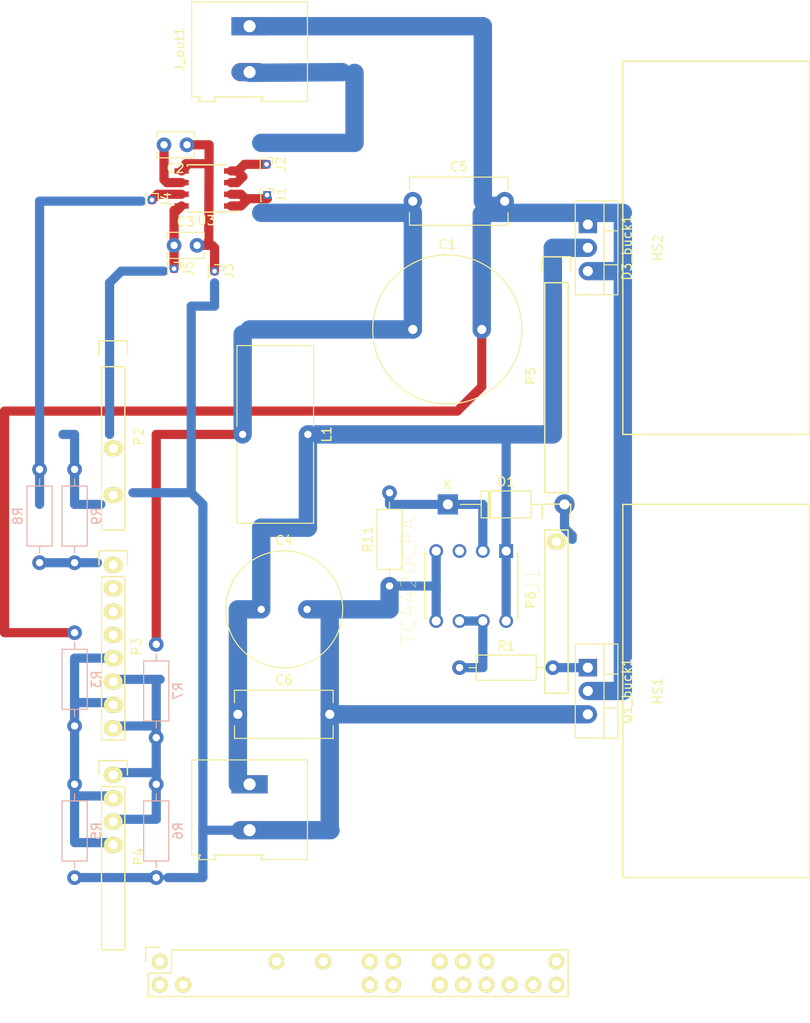
<source format=kicad_pcb>
(kicad_pcb (version 20171130) (host pcbnew 5.0.2-bee76a0~70~ubuntu18.10.1)

  (general
    (thickness 1.6)
    (drawings 0)
    (tracks 149)
    (zones 0)
    (modules 35)
    (nets 21)
  )

  (page A4 portrait)
  (layers
    (0 F.Cu signal)
    (31 B.Cu signal)
    (32 B.Adhes user)
    (33 F.Adhes user)
    (34 B.Paste user)
    (35 F.Paste user)
    (36 B.SilkS user)
    (37 F.SilkS user)
    (38 B.Mask user)
    (39 F.Mask user)
    (40 Dwgs.User user)
    (41 Cmts.User user)
    (42 Eco1.User user)
    (43 Eco2.User user)
    (44 Edge.Cuts user)
    (45 Margin user)
    (46 B.CrtYd user)
    (47 F.CrtYd user)
    (48 B.Fab user)
    (49 F.Fab user hide)
  )

  (setup
    (last_trace_width 1)
    (trace_clearance 0.2)
    (zone_clearance 0.508)
    (zone_45_only no)
    (trace_min 0.2)
    (segment_width 0.2)
    (edge_width 0.1)
    (via_size 1.5)
    (via_drill 0.4)
    (via_min_size 0.4)
    (via_min_drill 0.3)
    (uvia_size 0.3)
    (uvia_drill 0.1)
    (uvias_allowed no)
    (uvia_min_size 0.2)
    (uvia_min_drill 0.1)
    (pcb_text_width 0.3)
    (pcb_text_size 1.5 1.5)
    (mod_edge_width 0.15)
    (mod_text_size 1 1)
    (mod_text_width 0.15)
    (pad_size 0.85 0.85)
    (pad_drill 0.5)
    (pad_to_mask_clearance 0)
    (solder_mask_min_width 0.25)
    (aux_axis_origin 0 0)
    (visible_elements FFFFFF7F)
    (pcbplotparams
      (layerselection 0x010fc_ffffffff)
      (usegerberextensions false)
      (usegerberattributes false)
      (usegerberadvancedattributes false)
      (creategerberjobfile false)
      (excludeedgelayer true)
      (linewidth 0.100000)
      (plotframeref false)
      (viasonmask false)
      (mode 1)
      (useauxorigin false)
      (hpglpennumber 1)
      (hpglpenspeed 20)
      (hpglpendiameter 15.000000)
      (psnegative false)
      (psa4output false)
      (plotreference true)
      (plotvalue true)
      (plotinvisibletext false)
      (padsonsilk false)
      (subtractmaskfromsilk false)
      (outputformat 1)
      (mirror false)
      (drillshape 1)
      (scaleselection 1)
      (outputdirectory ""))
  )

  (net 0 "")
  (net 1 GND)
  (net 2 ADC_Current)
  (net 3 +5V)
  (net 4 "Net-(D1-Pad2)")
  (net 5 "Net-(U1-Pad3)")
  (net 6 "Net-(R1-Pad1)")
  (net 7 PWM7)
  (net 8 "Net-(C2-Pad2)")
  (net 9 "Net-(Q1_buck1-Pad1)")
  (net 10 "Net-(J1-Pad1)")
  (net 11 "Net-(J2-Pad1)")
  (net 12 GNDREF)
  (net 13 "Net-(C1-Pad1)")
  (net 14 +12V)
  (net 15 "Net-(R9-Pad2)")
  (net 16 "Net-(R8-Pad2)")
  (net 17 "Net-(R8-Pad1)")
  (net 18 "Net-(C1-Pad2)")
  (net 19 ADC_VOUT_MAIN)
  (net 20 ADC_VOUT_REF)

  (net_class Default "This is the default net class."
    (clearance 0.2)
    (trace_width 1)
    (via_dia 1.5)
    (via_drill 0.4)
    (uvia_dia 0.3)
    (uvia_drill 0.1)
    (add_net +12V)
    (add_net +5V)
    (add_net ADC_Current)
    (add_net ADC_VOUT_MAIN)
    (add_net ADC_VOUT_REF)
    (add_net GND)
    (add_net GNDREF)
    (add_net "Net-(C1-Pad1)")
    (add_net "Net-(C1-Pad2)")
    (add_net "Net-(C2-Pad2)")
    (add_net "Net-(D1-Pad2)")
    (add_net "Net-(J1-Pad1)")
    (add_net "Net-(J2-Pad1)")
    (add_net "Net-(Q1_buck1-Pad1)")
    (add_net "Net-(R1-Pad1)")
    (add_net "Net-(R8-Pad1)")
    (add_net "Net-(R8-Pad2)")
    (add_net "Net-(R9-Pad2)")
    (add_net "Net-(U1-Pad3)")
    (add_net PWM7)
  )

  (module Socket_Arduino_Mega:Socket_Strip_Arduino_1x08 locked (layer F.Cu) (tedit 5C55F909) (tstamp 5C4A61D8)
    (at 91.830917 94.228441 270)
    (descr "Through hole socket strip")
    (tags "socket strip")
    (path /56D72F1C)
    (fp_text reference P3 (at 8.89 -2.54 270) (layer F.SilkS)
      (effects (font (size 1 1) (thickness 0.15)))
    )
    (fp_text value Analog (at 8.89 -4.318 270) (layer F.Fab)
      (effects (font (size 1 1) (thickness 0.15)))
    )
    (fp_line (start -1.75 -1.75) (end -1.75 1.75) (layer F.CrtYd) (width 0.05))
    (fp_line (start 19.55 -1.75) (end 19.55 1.75) (layer F.CrtYd) (width 0.05))
    (fp_line (start -1.75 -1.75) (end 19.55 -1.75) (layer F.CrtYd) (width 0.05))
    (fp_line (start -1.75 1.75) (end 19.55 1.75) (layer F.CrtYd) (width 0.05))
    (fp_line (start 1.27 1.27) (end 19.05 1.27) (layer F.SilkS) (width 0.15))
    (fp_line (start 19.05 1.27) (end 19.05 -1.27) (layer F.SilkS) (width 0.15))
    (fp_line (start 19.05 -1.27) (end 1.27 -1.27) (layer F.SilkS) (width 0.15))
    (fp_line (start -1.55 1.55) (end 0 1.55) (layer F.SilkS) (width 0.15))
    (fp_line (start 1.27 1.27) (end 1.27 -1.27) (layer F.SilkS) (width 0.15))
    (fp_line (start 0 -1.55) (end -1.55 -1.55) (layer F.SilkS) (width 0.15))
    (fp_line (start -1.55 -1.55) (end -1.55 1.55) (layer F.SilkS) (width 0.15))
    (pad 7 thru_hole oval (at 0 0 270) (size 1.7272 2.032) (drill 1.016) (layers *.Cu *.Mask F.SilkS))
    (pad 3 thru_hole oval (at 10.16 0 270) (size 1.7272 2.032) (drill 1.016) (layers *.Cu *.Mask F.SilkS))
    (pad 6 thru_hole oval (at 2.54 0 270) (size 1.7272 2.032) (drill 1.016) (layers *.Cu *.Mask F.SilkS))
    (pad 5 thru_hole oval (at 5.08 0 270) (size 1.7272 2.032) (drill 1.016) (layers *.Cu *.Mask F.SilkS))
    (pad 4 thru_hole oval (at 7.62 0 270) (size 1.7272 2.032) (drill 1.016) (layers *.Cu *.Mask F.SilkS))
    (pad 2 thru_hole oval (at 12.7 0 270) (size 1.7272 2.032) (drill 1.016) (layers *.Cu *.Mask F.SilkS))
    (pad 1 thru_hole oval (at 15.24 0 270) (size 1.7272 2.032) (drill 1.016) (layers *.Cu *.Mask F.SilkS))
    (pad 0 thru_hole oval (at 17.78 0 270) (size 1.7272 2.032) (drill 1.016) (layers *.Cu *.Mask F.SilkS))
  )

  (module Socket_Arduino_Mega:Socket_Strip_Arduino_1x08 locked (layer F.Cu) (tedit 5C55F8E0) (tstamp 5C4A620F)
    (at 91.830917 117.088441 270)
    (descr "Through hole socket strip")
    (tags "socket strip")
    (path /56D73A0E)
    (fp_text reference P4 (at 8.89 -2.794 270) (layer F.SilkS)
      (effects (font (size 1 1) (thickness 0.15)))
    )
    (fp_text value Analog (at 8.89 -4.318 270) (layer F.Fab)
      (effects (font (size 1 1) (thickness 0.15)))
    )
    (fp_line (start -1.75 -1.75) (end -1.75 1.75) (layer F.CrtYd) (width 0.05))
    (fp_line (start 19.55 -1.75) (end 19.55 1.75) (layer F.CrtYd) (width 0.05))
    (fp_line (start -1.75 -1.75) (end 19.55 -1.75) (layer F.CrtYd) (width 0.05))
    (fp_line (start -1.75 1.75) (end 19.55 1.75) (layer F.CrtYd) (width 0.05))
    (fp_line (start 1.27 1.27) (end 19.05 1.27) (layer F.SilkS) (width 0.15))
    (fp_line (start 19.05 1.27) (end 19.05 -1.27) (layer F.SilkS) (width 0.15))
    (fp_line (start 19.05 -1.27) (end 1.27 -1.27) (layer F.SilkS) (width 0.15))
    (fp_line (start -1.55 1.55) (end 0 1.55) (layer F.SilkS) (width 0.15))
    (fp_line (start 1.27 1.27) (end 1.27 -1.27) (layer F.SilkS) (width 0.15))
    (fp_line (start 0 -1.55) (end -1.55 -1.55) (layer F.SilkS) (width 0.15))
    (fp_line (start -1.55 -1.55) (end -1.55 1.55) (layer F.SilkS) (width 0.15))
    (pad 10 thru_hole oval (at 0 0 270) (size 1.7272 2.032) (drill 1.016) (layers *.Cu *.Mask F.SilkS))
    (pad 11 thru_hole oval (at 2.54 0 270) (size 1.7272 2.032) (drill 1.016) (layers *.Cu *.Mask F.SilkS))
    (pad 12 thru_hole oval (at 5.08 0 270) (size 1.7272 2.032) (drill 1.016) (layers *.Cu *.Mask F.SilkS))
    (pad 13 thru_hole oval (at 7.62 0 270) (size 1.7272 2.032) (drill 1.016) (layers *.Cu *.Mask F.SilkS))
  )

  (module Socket_Arduino_Mega:Socket_Strip_Arduino_1x08 locked (layer F.Cu) (tedit 5C55F827) (tstamp 5C4A6285)
    (at 91.830917 71.368441 270)
    (descr "Through hole socket strip")
    (tags "socket strip")
    (path /56D71773)
    (fp_text reference P2 (at 8.89 -2.794 270) (layer F.SilkS)
      (effects (font (size 1 1) (thickness 0.15)))
    )
    (fp_text value Power (at 8.89 -4.318 270) (layer F.Fab)
      (effects (font (size 1 1) (thickness 0.15)))
    )
    (fp_line (start -1.75 -1.75) (end -1.75 1.75) (layer F.CrtYd) (width 0.05))
    (fp_line (start 19.55 -1.75) (end 19.55 1.75) (layer F.CrtYd) (width 0.05))
    (fp_line (start -1.75 -1.75) (end 19.55 -1.75) (layer F.CrtYd) (width 0.05))
    (fp_line (start -1.75 1.75) (end 19.55 1.75) (layer F.CrtYd) (width 0.05))
    (fp_line (start 1.27 1.27) (end 19.05 1.27) (layer F.SilkS) (width 0.15))
    (fp_line (start 19.05 1.27) (end 19.05 -1.27) (layer F.SilkS) (width 0.15))
    (fp_line (start 19.05 -1.27) (end 1.27 -1.27) (layer F.SilkS) (width 0.15))
    (fp_line (start -1.55 1.55) (end 0 1.55) (layer F.SilkS) (width 0.15))
    (fp_line (start 1.27 1.27) (end 1.27 -1.27) (layer F.SilkS) (width 0.15))
    (fp_line (start 0 -1.55) (end -1.55 -1.55) (layer F.SilkS) (width 0.15))
    (fp_line (start -1.55 -1.55) (end -1.55 1.55) (layer F.SilkS) (width 0.15))
    (pad 5 thru_hole oval (at 10.16 0 270) (size 1.7272 2.032) (drill 1.016) (layers *.Cu *.Mask F.SilkS))
    (pad 6 thru_hole oval (at 15.24 0 270) (size 1.7272 2.032) (drill 1.016) (layers *.Cu *.Mask F.SilkS))
  )

  (module Socket_Arduino_Mega:Socket_Strip_Arduino_1x10 locked (layer F.Cu) (tedit 5C55F5E5) (tstamp 5C4A62CB)
    (at 140.090917 62.224441 270)
    (descr "Through hole socket strip")
    (tags "socket strip")
    (path /56D72368)
    (fp_text reference P5 (at 11.43 2.794 270) (layer F.SilkS)
      (effects (font (size 1 1) (thickness 0.15)))
    )
    (fp_text value PWM (at 11.43 4.318 270) (layer F.Fab)
      (effects (font (size 1 1) (thickness 0.15)))
    )
    (fp_line (start -1.75 -1.75) (end -1.75 1.75) (layer F.CrtYd) (width 0.05))
    (fp_line (start 24.65 -1.75) (end 24.65 1.75) (layer F.CrtYd) (width 0.05))
    (fp_line (start -1.75 -1.75) (end 24.65 -1.75) (layer F.CrtYd) (width 0.05))
    (fp_line (start -1.75 1.75) (end 24.65 1.75) (layer F.CrtYd) (width 0.05))
    (fp_line (start 1.27 1.27) (end 24.13 1.27) (layer F.SilkS) (width 0.15))
    (fp_line (start 24.13 1.27) (end 24.13 -1.27) (layer F.SilkS) (width 0.15))
    (fp_line (start 24.13 -1.27) (end 1.27 -1.27) (layer F.SilkS) (width 0.15))
    (fp_line (start -1.55 1.55) (end 0 1.55) (layer F.SilkS) (width 0.15))
    (fp_line (start 1.27 1.27) (end 1.27 -1.27) (layer F.SilkS) (width 0.15))
    (fp_line (start 0 -1.55) (end -1.55 -1.55) (layer F.SilkS) (width 0.15))
    (fp_line (start -1.55 -1.55) (end -1.55 1.55) (layer F.SilkS) (width 0.15))
  )

  (module Heatsink:Heat_Sink_40_40 (layer F.Cu) (tedit 5C4F686C) (tstamp 5C569621)
    (at 147.32 59.69 270)
    (path /5C570E35)
    (fp_text reference HS2 (at 0 -3.81 270) (layer F.SilkS)
      (effects (font (size 1 1) (thickness 0.15)))
    )
    (fp_text value Heatsink (at 0 -11.43 270) (layer F.Fab)
      (effects (font (size 1 1) (thickness 0.15)))
    )
    (fp_line (start -20.32 0) (end 20.32 0) (layer F.SilkS) (width 0.15))
    (fp_line (start 20.32 0) (end 20.32 -20.32) (layer F.SilkS) (width 0.15))
    (fp_line (start 20.32 -20.32) (end -20.32 -20.32) (layer F.SilkS) (width 0.15))
    (fp_line (start -20.32 -20.32) (end -20.32 0) (layer F.SilkS) (width 0.15))
    (model ${KISYS3DMOD}/Heatsink.3dshapes/Heatsink_125x35x50mm_3xFixationM3.wrl
      (offset (xyz 0 1.5 0))
      (scale (xyz 0.33 0.6 1))
      (rotate (xyz 0 0 0))
    )
  )

  (module Heatsink:Heat_Sink_40_40 (layer F.Cu) (tedit 5C4F686C) (tstamp 5C56896D)
    (at 147.32 107.95 270)
    (path /5C570B1B)
    (fp_text reference HS1 (at 0 -3.81 270) (layer F.SilkS)
      (effects (font (size 1 1) (thickness 0.15)))
    )
    (fp_text value Heatsink (at 0 -11.43 270) (layer F.Fab)
      (effects (font (size 1 1) (thickness 0.15)))
    )
    (fp_line (start -20.32 0) (end 20.32 0) (layer F.SilkS) (width 0.15))
    (fp_line (start 20.32 0) (end 20.32 -20.32) (layer F.SilkS) (width 0.15))
    (fp_line (start 20.32 -20.32) (end -20.32 -20.32) (layer F.SilkS) (width 0.15))
    (fp_line (start -20.32 -20.32) (end -20.32 0) (layer F.SilkS) (width 0.15))
    (model ${KISYS3DMOD}/Heatsink.3dshapes/Heatsink_125x35x50mm_3xFixationM3.wrl
      (offset (xyz 0 1.5 0))
      (scale (xyz 0.33 0.6 1))
      (rotate (xyz 0 0 0))
    )
  )

  (module Capacitor_THT:C_Disc_D10.5mm_W5.0mm_P10.00mm (layer F.Cu) (tedit 5AE50EF0) (tstamp 5C56510A)
    (at 105.41 110.49)
    (descr "C, Disc series, Radial, pin pitch=10.00mm, , diameter*width=10.5*5.0mm^2, Capacitor, http://www.vishay.com/docs/28535/vy2series.pdf")
    (tags "C Disc series Radial pin pitch 10.00mm  diameter 10.5mm width 5.0mm Capacitor")
    (path /5C56065A)
    (fp_text reference C6 (at 5 -3.75) (layer F.SilkS)
      (effects (font (size 1 1) (thickness 0.15)))
    )
    (fp_text value 10u (at 5 3.75) (layer F.Fab)
      (effects (font (size 1 1) (thickness 0.15)))
    )
    (fp_line (start -0.25 -2.5) (end -0.25 2.5) (layer F.Fab) (width 0.1))
    (fp_line (start -0.25 2.5) (end 10.25 2.5) (layer F.Fab) (width 0.1))
    (fp_line (start 10.25 2.5) (end 10.25 -2.5) (layer F.Fab) (width 0.1))
    (fp_line (start 10.25 -2.5) (end -0.25 -2.5) (layer F.Fab) (width 0.1))
    (fp_line (start -0.37 -2.62) (end 10.37 -2.62) (layer F.SilkS) (width 0.12))
    (fp_line (start -0.37 2.62) (end 10.37 2.62) (layer F.SilkS) (width 0.12))
    (fp_line (start -0.37 -2.62) (end -0.37 -1.256) (layer F.SilkS) (width 0.12))
    (fp_line (start -0.37 1.256) (end -0.37 2.62) (layer F.SilkS) (width 0.12))
    (fp_line (start 10.37 -2.62) (end 10.37 -1.256) (layer F.SilkS) (width 0.12))
    (fp_line (start 10.37 1.256) (end 10.37 2.62) (layer F.SilkS) (width 0.12))
    (fp_line (start -1.25 -2.75) (end -1.25 2.75) (layer F.CrtYd) (width 0.05))
    (fp_line (start -1.25 2.75) (end 11.25 2.75) (layer F.CrtYd) (width 0.05))
    (fp_line (start 11.25 2.75) (end 11.25 -2.75) (layer F.CrtYd) (width 0.05))
    (fp_line (start 11.25 -2.75) (end -1.25 -2.75) (layer F.CrtYd) (width 0.05))
    (fp_text user %R (at 5 0) (layer F.Fab)
      (effects (font (size 1 1) (thickness 0.15)))
    )
    (pad 1 thru_hole circle (at 0 0) (size 2 2) (drill 1) (layers *.Cu *.Mask)
      (net 14 +12V))
    (pad 2 thru_hole circle (at 10 0) (size 2 2) (drill 1) (layers *.Cu *.Mask)
      (net 1 GND))
    (model ${KISYS3DMOD}/Capacitor_THT.3dshapes/C_Disc_D10.5mm_W5.0mm_P10.00mm.wrl
      (at (xyz 0 0 0))
      (scale (xyz 1 1 1))
      (rotate (xyz 0 0 0))
    )
  )

  (module Capacitor_THT:C_Radial_D12.5mm_H20.0mm_P5.00mm (layer F.Cu) (tedit 5BC5C9BA) (tstamp 5C56509D)
    (at 107.95 99.06)
    (descr "C, Radial series, Radial, pin pitch=5.00mm, diameter=12.5mm, height=20mm, Non-Polar Electrolytic Capacitor")
    (tags "C Radial series Radial pin pitch 5.00mm diameter 12.5mm height 20mm Non-Polar Electrolytic Capacitor")
    (path /5C52A86C)
    (fp_text reference C4 (at 2.5 -7.5) (layer F.SilkS)
      (effects (font (size 1 1) (thickness 0.15)))
    )
    (fp_text value 1000u (at 2.5 7.5) (layer F.Fab)
      (effects (font (size 1 1) (thickness 0.15)))
    )
    (fp_circle (center 2.5 0) (end 8.75 0) (layer F.Fab) (width 0.1))
    (fp_circle (center 2.5 0) (end 8.87 0) (layer F.SilkS) (width 0.12))
    (fp_circle (center 2.5 0) (end 9 0) (layer F.CrtYd) (width 0.05))
    (fp_text user %R (at 2.5 0) (layer F.Fab)
      (effects (font (size 1 1) (thickness 0.15)))
    )
    (pad 1 thru_hole circle (at 0 0) (size 1.6 1.6) (drill 0.8) (layers *.Cu *.Mask)
      (net 14 +12V))
    (pad 2 thru_hole circle (at 5 0) (size 1.6 1.6) (drill 0.8) (layers *.Cu *.Mask)
      (net 1 GND))
    (model ${KISYS3DMOD}/Capacitor_THT.3dshapes/CP_Radial_D12.5mm_P5.00mm.step
      (at (xyz 0 0 0))
      (scale (xyz 1 1 1.6))
      (rotate (xyz 0 0 0))
    )
  )

  (module Capacitor_THT:C_Disc_D10.5mm_W5.0mm_P10.00mm (layer F.Cu) (tedit 5AE50EF0) (tstamp 5C55F1A1)
    (at 124.46 54.61)
    (descr "C, Disc series, Radial, pin pitch=10.00mm, , diameter*width=10.5*5.0mm^2, Capacitor, http://www.vishay.com/docs/28535/vy2series.pdf")
    (tags "C Disc series Radial pin pitch 10.00mm  diameter 10.5mm width 5.0mm Capacitor")
    (path /5C57C61C)
    (fp_text reference C5 (at 5 -3.75) (layer F.SilkS)
      (effects (font (size 1 1) (thickness 0.15)))
    )
    (fp_text value 10u (at 5 3.75) (layer F.Fab)
      (effects (font (size 1 1) (thickness 0.15)))
    )
    (fp_line (start -0.25 -2.5) (end -0.25 2.5) (layer F.Fab) (width 0.1))
    (fp_line (start -0.25 2.5) (end 10.25 2.5) (layer F.Fab) (width 0.1))
    (fp_line (start 10.25 2.5) (end 10.25 -2.5) (layer F.Fab) (width 0.1))
    (fp_line (start 10.25 -2.5) (end -0.25 -2.5) (layer F.Fab) (width 0.1))
    (fp_line (start -0.37 -2.62) (end 10.37 -2.62) (layer F.SilkS) (width 0.12))
    (fp_line (start -0.37 2.62) (end 10.37 2.62) (layer F.SilkS) (width 0.12))
    (fp_line (start -0.37 -2.62) (end -0.37 -1.256) (layer F.SilkS) (width 0.12))
    (fp_line (start -0.37 1.256) (end -0.37 2.62) (layer F.SilkS) (width 0.12))
    (fp_line (start 10.37 -2.62) (end 10.37 -1.256) (layer F.SilkS) (width 0.12))
    (fp_line (start 10.37 1.256) (end 10.37 2.62) (layer F.SilkS) (width 0.12))
    (fp_line (start -1.25 -2.75) (end -1.25 2.75) (layer F.CrtYd) (width 0.05))
    (fp_line (start -1.25 2.75) (end 11.25 2.75) (layer F.CrtYd) (width 0.05))
    (fp_line (start 11.25 2.75) (end 11.25 -2.75) (layer F.CrtYd) (width 0.05))
    (fp_line (start 11.25 -2.75) (end -1.25 -2.75) (layer F.CrtYd) (width 0.05))
    (fp_text user %R (at 5 0) (layer F.Fab)
      (effects (font (size 1 1) (thickness 0.15)))
    )
    (pad 1 thru_hole circle (at 0 0) (size 2 2) (drill 1) (layers *.Cu *.Mask)
      (net 13 "Net-(C1-Pad1)"))
    (pad 2 thru_hole circle (at 10 0) (size 2 2) (drill 1) (layers *.Cu *.Mask)
      (net 18 "Net-(C1-Pad2)"))
    (model ${KISYS3DMOD}/Capacitor_THT.3dshapes/C_Disc_D10.5mm_W5.0mm_P10.00mm.wrl
      (at (xyz 0 0 0))
      (scale (xyz 1 1 1))
      (rotate (xyz 0 0 0))
    )
  )

  (module Resistor_THT:R_Axial_DIN0207_L6.3mm_D2.5mm_P10.16mm_Horizontal (layer B.Cu) (tedit 5AE5139B) (tstamp 5C55EEF9)
    (at 87.63 111.76 90)
    (descr "Resistor, Axial_DIN0207 series, Axial, Horizontal, pin pitch=10.16mm, 0.25W = 1/4W, length*diameter=6.3*2.5mm^2, http://cdn-reichelt.de/documents/datenblatt/B400/1_4W%23YAG.pdf")
    (tags "Resistor Axial_DIN0207 series Axial Horizontal pin pitch 10.16mm 0.25W = 1/4W length 6.3mm diameter 2.5mm")
    (path /5C586951)
    (fp_text reference R3 (at 5.08 2.37 90) (layer B.SilkS)
      (effects (font (size 1 1) (thickness 0.15)) (justify mirror))
    )
    (fp_text value 100K (at 5.08 -2.37 90) (layer B.Fab)
      (effects (font (size 1 1) (thickness 0.15)) (justify mirror))
    )
    (fp_line (start 1.93 1.25) (end 1.93 -1.25) (layer B.Fab) (width 0.1))
    (fp_line (start 1.93 -1.25) (end 8.23 -1.25) (layer B.Fab) (width 0.1))
    (fp_line (start 8.23 -1.25) (end 8.23 1.25) (layer B.Fab) (width 0.1))
    (fp_line (start 8.23 1.25) (end 1.93 1.25) (layer B.Fab) (width 0.1))
    (fp_line (start 0 0) (end 1.93 0) (layer B.Fab) (width 0.1))
    (fp_line (start 10.16 0) (end 8.23 0) (layer B.Fab) (width 0.1))
    (fp_line (start 1.81 1.37) (end 1.81 -1.37) (layer B.SilkS) (width 0.12))
    (fp_line (start 1.81 -1.37) (end 8.35 -1.37) (layer B.SilkS) (width 0.12))
    (fp_line (start 8.35 -1.37) (end 8.35 1.37) (layer B.SilkS) (width 0.12))
    (fp_line (start 8.35 1.37) (end 1.81 1.37) (layer B.SilkS) (width 0.12))
    (fp_line (start 1.04 0) (end 1.81 0) (layer B.SilkS) (width 0.12))
    (fp_line (start 9.12 0) (end 8.35 0) (layer B.SilkS) (width 0.12))
    (fp_line (start -1.05 1.5) (end -1.05 -1.5) (layer B.CrtYd) (width 0.05))
    (fp_line (start -1.05 -1.5) (end 11.21 -1.5) (layer B.CrtYd) (width 0.05))
    (fp_line (start 11.21 -1.5) (end 11.21 1.5) (layer B.CrtYd) (width 0.05))
    (fp_line (start 11.21 1.5) (end -1.05 1.5) (layer B.CrtYd) (width 0.05))
    (fp_text user %R (at 5.08 0 90) (layer B.Fab)
      (effects (font (size 1 1) (thickness 0.15)) (justify mirror))
    )
    (pad 1 thru_hole circle (at 0 0 90) (size 1.6 1.6) (drill 0.8) (layers *.Cu *.Mask)
      (net 20 ADC_VOUT_REF))
    (pad 2 thru_hole oval (at 10.16 0 90) (size 1.6 1.6) (drill 0.8) (layers *.Cu *.Mask)
      (net 18 "Net-(C1-Pad2)"))
    (model ${KISYS3DMOD}/Resistor_THT.3dshapes/R_Axial_DIN0207_L6.3mm_D2.5mm_P10.16mm_Horizontal.wrl
      (at (xyz 0 0 0))
      (scale (xyz 1 1 1))
      (rotate (xyz 0 0 0))
    )
  )

  (module Resistor_THT:R_Axial_DIN0207_L6.3mm_D2.5mm_P10.16mm_Horizontal (layer B.Cu) (tedit 5AE5139B) (tstamp 5C51F6D2)
    (at 87.63 128.27 90)
    (descr "Resistor, Axial_DIN0207 series, Axial, Horizontal, pin pitch=10.16mm, 0.25W = 1/4W, length*diameter=6.3*2.5mm^2, http://cdn-reichelt.de/documents/datenblatt/B400/1_4W%23YAG.pdf")
    (tags "Resistor Axial_DIN0207 series Axial Horizontal pin pitch 10.16mm 0.25W = 1/4W length 6.3mm diameter 2.5mm")
    (path /5C58694A)
    (fp_text reference R5 (at 5.08 2.37 90) (layer B.SilkS)
      (effects (font (size 1 1) (thickness 0.15)) (justify mirror))
    )
    (fp_text value 10K (at 5.08 -2.37 90) (layer B.Fab)
      (effects (font (size 1 1) (thickness 0.15)) (justify mirror))
    )
    (fp_line (start 1.93 1.25) (end 1.93 -1.25) (layer B.Fab) (width 0.1))
    (fp_line (start 1.93 -1.25) (end 8.23 -1.25) (layer B.Fab) (width 0.1))
    (fp_line (start 8.23 -1.25) (end 8.23 1.25) (layer B.Fab) (width 0.1))
    (fp_line (start 8.23 1.25) (end 1.93 1.25) (layer B.Fab) (width 0.1))
    (fp_line (start 0 0) (end 1.93 0) (layer B.Fab) (width 0.1))
    (fp_line (start 10.16 0) (end 8.23 0) (layer B.Fab) (width 0.1))
    (fp_line (start 1.81 1.37) (end 1.81 -1.37) (layer B.SilkS) (width 0.12))
    (fp_line (start 1.81 -1.37) (end 8.35 -1.37) (layer B.SilkS) (width 0.12))
    (fp_line (start 8.35 -1.37) (end 8.35 1.37) (layer B.SilkS) (width 0.12))
    (fp_line (start 8.35 1.37) (end 1.81 1.37) (layer B.SilkS) (width 0.12))
    (fp_line (start 1.04 0) (end 1.81 0) (layer B.SilkS) (width 0.12))
    (fp_line (start 9.12 0) (end 8.35 0) (layer B.SilkS) (width 0.12))
    (fp_line (start -1.05 1.5) (end -1.05 -1.5) (layer B.CrtYd) (width 0.05))
    (fp_line (start -1.05 -1.5) (end 11.21 -1.5) (layer B.CrtYd) (width 0.05))
    (fp_line (start 11.21 -1.5) (end 11.21 1.5) (layer B.CrtYd) (width 0.05))
    (fp_line (start 11.21 1.5) (end -1.05 1.5) (layer B.CrtYd) (width 0.05))
    (fp_text user %R (at 5.08 0 90) (layer B.Fab)
      (effects (font (size 1 1) (thickness 0.15)) (justify mirror))
    )
    (pad 1 thru_hole circle (at 0 0 90) (size 1.6 1.6) (drill 0.8) (layers *.Cu *.Mask)
      (net 1 GND))
    (pad 2 thru_hole oval (at 10.16 0 90) (size 1.6 1.6) (drill 0.8) (layers *.Cu *.Mask)
      (net 20 ADC_VOUT_REF))
    (model ${KISYS3DMOD}/Resistor_THT.3dshapes/R_Axial_DIN0207_L6.3mm_D2.5mm_P10.16mm_Horizontal.wrl
      (at (xyz 0 0 0))
      (scale (xyz 1 1 1))
      (rotate (xyz 0 0 0))
    )
  )

  (module Resistor_THT:R_Axial_DIN0207_L6.3mm_D2.5mm_P10.16mm_Horizontal (layer B.Cu) (tedit 5AE5139B) (tstamp 5C51F6BC)
    (at 96.52 128.27 90)
    (descr "Resistor, Axial_DIN0207 series, Axial, Horizontal, pin pitch=10.16mm, 0.25W = 1/4W, length*diameter=6.3*2.5mm^2, http://cdn-reichelt.de/documents/datenblatt/B400/1_4W%23YAG.pdf")
    (tags "Resistor Axial_DIN0207 series Axial Horizontal pin pitch 10.16mm 0.25W = 1/4W length 6.3mm diameter 2.5mm")
    (path /5C503287)
    (fp_text reference R6 (at 5.08 2.37 90) (layer B.SilkS)
      (effects (font (size 1 1) (thickness 0.15)) (justify mirror))
    )
    (fp_text value 10K (at 5.08 -2.37 90) (layer B.Fab)
      (effects (font (size 1 1) (thickness 0.15)) (justify mirror))
    )
    (fp_text user %R (at 5.08 0 90) (layer B.Fab)
      (effects (font (size 1 1) (thickness 0.15)) (justify mirror))
    )
    (fp_line (start 11.21 1.5) (end -1.05 1.5) (layer B.CrtYd) (width 0.05))
    (fp_line (start 11.21 -1.5) (end 11.21 1.5) (layer B.CrtYd) (width 0.05))
    (fp_line (start -1.05 -1.5) (end 11.21 -1.5) (layer B.CrtYd) (width 0.05))
    (fp_line (start -1.05 1.5) (end -1.05 -1.5) (layer B.CrtYd) (width 0.05))
    (fp_line (start 9.12 0) (end 8.35 0) (layer B.SilkS) (width 0.12))
    (fp_line (start 1.04 0) (end 1.81 0) (layer B.SilkS) (width 0.12))
    (fp_line (start 8.35 1.37) (end 1.81 1.37) (layer B.SilkS) (width 0.12))
    (fp_line (start 8.35 -1.37) (end 8.35 1.37) (layer B.SilkS) (width 0.12))
    (fp_line (start 1.81 -1.37) (end 8.35 -1.37) (layer B.SilkS) (width 0.12))
    (fp_line (start 1.81 1.37) (end 1.81 -1.37) (layer B.SilkS) (width 0.12))
    (fp_line (start 10.16 0) (end 8.23 0) (layer B.Fab) (width 0.1))
    (fp_line (start 0 0) (end 1.93 0) (layer B.Fab) (width 0.1))
    (fp_line (start 8.23 1.25) (end 1.93 1.25) (layer B.Fab) (width 0.1))
    (fp_line (start 8.23 -1.25) (end 8.23 1.25) (layer B.Fab) (width 0.1))
    (fp_line (start 1.93 -1.25) (end 8.23 -1.25) (layer B.Fab) (width 0.1))
    (fp_line (start 1.93 1.25) (end 1.93 -1.25) (layer B.Fab) (width 0.1))
    (pad 2 thru_hole oval (at 10.16 0 90) (size 1.6 1.6) (drill 0.8) (layers *.Cu *.Mask)
      (net 19 ADC_VOUT_MAIN))
    (pad 1 thru_hole circle (at 0 0 90) (size 1.6 1.6) (drill 0.8) (layers *.Cu *.Mask)
      (net 1 GND))
    (model ${KISYS3DMOD}/Resistor_THT.3dshapes/R_Axial_DIN0207_L6.3mm_D2.5mm_P10.16mm_Horizontal.wrl
      (at (xyz 0 0 0))
      (scale (xyz 1 1 1))
      (rotate (xyz 0 0 0))
    )
  )

  (module Resistor_THT:R_Axial_DIN0207_L6.3mm_D2.5mm_P10.16mm_Horizontal (layer B.Cu) (tedit 5AE5139B) (tstamp 5C51F6A6)
    (at 96.52 113.03 90)
    (descr "Resistor, Axial_DIN0207 series, Axial, Horizontal, pin pitch=10.16mm, 0.25W = 1/4W, length*diameter=6.3*2.5mm^2, http://cdn-reichelt.de/documents/datenblatt/B400/1_4W%23YAG.pdf")
    (tags "Resistor Axial_DIN0207 series Axial Horizontal pin pitch 10.16mm 0.25W = 1/4W length 6.3mm diameter 2.5mm")
    (path /5C50328E)
    (fp_text reference R7 (at 5.08 2.37 90) (layer B.SilkS)
      (effects (font (size 1 1) (thickness 0.15)) (justify mirror))
    )
    (fp_text value 100K (at 5.08 -2.37 90) (layer B.Fab)
      (effects (font (size 1 1) (thickness 0.15)) (justify mirror))
    )
    (fp_line (start 1.93 1.25) (end 1.93 -1.25) (layer B.Fab) (width 0.1))
    (fp_line (start 1.93 -1.25) (end 8.23 -1.25) (layer B.Fab) (width 0.1))
    (fp_line (start 8.23 -1.25) (end 8.23 1.25) (layer B.Fab) (width 0.1))
    (fp_line (start 8.23 1.25) (end 1.93 1.25) (layer B.Fab) (width 0.1))
    (fp_line (start 0 0) (end 1.93 0) (layer B.Fab) (width 0.1))
    (fp_line (start 10.16 0) (end 8.23 0) (layer B.Fab) (width 0.1))
    (fp_line (start 1.81 1.37) (end 1.81 -1.37) (layer B.SilkS) (width 0.12))
    (fp_line (start 1.81 -1.37) (end 8.35 -1.37) (layer B.SilkS) (width 0.12))
    (fp_line (start 8.35 -1.37) (end 8.35 1.37) (layer B.SilkS) (width 0.12))
    (fp_line (start 8.35 1.37) (end 1.81 1.37) (layer B.SilkS) (width 0.12))
    (fp_line (start 1.04 0) (end 1.81 0) (layer B.SilkS) (width 0.12))
    (fp_line (start 9.12 0) (end 8.35 0) (layer B.SilkS) (width 0.12))
    (fp_line (start -1.05 1.5) (end -1.05 -1.5) (layer B.CrtYd) (width 0.05))
    (fp_line (start -1.05 -1.5) (end 11.21 -1.5) (layer B.CrtYd) (width 0.05))
    (fp_line (start 11.21 -1.5) (end 11.21 1.5) (layer B.CrtYd) (width 0.05))
    (fp_line (start 11.21 1.5) (end -1.05 1.5) (layer B.CrtYd) (width 0.05))
    (fp_text user %R (at 5.08 0 90) (layer B.Fab)
      (effects (font (size 1 1) (thickness 0.15)) (justify mirror))
    )
    (pad 1 thru_hole circle (at 0 0 90) (size 1.6 1.6) (drill 0.8) (layers *.Cu *.Mask)
      (net 19 ADC_VOUT_MAIN))
    (pad 2 thru_hole oval (at 10.16 0 90) (size 1.6 1.6) (drill 0.8) (layers *.Cu *.Mask)
      (net 13 "Net-(C1-Pad1)"))
    (model ${KISYS3DMOD}/Resistor_THT.3dshapes/R_Axial_DIN0207_L6.3mm_D2.5mm_P10.16mm_Horizontal.wrl
      (at (xyz 0 0 0))
      (scale (xyz 1 1 1))
      (rotate (xyz 0 0 0))
    )
  )

  (module Resistor_THT:R_Axial_DIN0207_L6.3mm_D2.5mm_P10.16mm_Horizontal (layer B.Cu) (tedit 5AE5139B) (tstamp 5C51F664)
    (at 83.82 83.82 270)
    (descr "Resistor, Axial_DIN0207 series, Axial, Horizontal, pin pitch=10.16mm, 0.25W = 1/4W, length*diameter=6.3*2.5mm^2, http://cdn-reichelt.de/documents/datenblatt/B400/1_4W%23YAG.pdf")
    (tags "Resistor Axial_DIN0207 series Axial Horizontal pin pitch 10.16mm 0.25W = 1/4W length 6.3mm diameter 2.5mm")
    (path /5C4FC5A0)
    (fp_text reference R8 (at 5.08 2.37 270) (layer B.SilkS)
      (effects (font (size 1 1) (thickness 0.15)) (justify mirror))
    )
    (fp_text value 10K (at 5.08 -2.37 270) (layer B.Fab)
      (effects (font (size 1 1) (thickness 0.15)) (justify mirror))
    )
    (fp_text user %R (at 5.08 0 270) (layer B.Fab)
      (effects (font (size 1 1) (thickness 0.15)) (justify mirror))
    )
    (fp_line (start 11.21 1.5) (end -1.05 1.5) (layer B.CrtYd) (width 0.05))
    (fp_line (start 11.21 -1.5) (end 11.21 1.5) (layer B.CrtYd) (width 0.05))
    (fp_line (start -1.05 -1.5) (end 11.21 -1.5) (layer B.CrtYd) (width 0.05))
    (fp_line (start -1.05 1.5) (end -1.05 -1.5) (layer B.CrtYd) (width 0.05))
    (fp_line (start 9.12 0) (end 8.35 0) (layer B.SilkS) (width 0.12))
    (fp_line (start 1.04 0) (end 1.81 0) (layer B.SilkS) (width 0.12))
    (fp_line (start 8.35 1.37) (end 1.81 1.37) (layer B.SilkS) (width 0.12))
    (fp_line (start 8.35 -1.37) (end 8.35 1.37) (layer B.SilkS) (width 0.12))
    (fp_line (start 1.81 -1.37) (end 8.35 -1.37) (layer B.SilkS) (width 0.12))
    (fp_line (start 1.81 1.37) (end 1.81 -1.37) (layer B.SilkS) (width 0.12))
    (fp_line (start 10.16 0) (end 8.23 0) (layer B.Fab) (width 0.1))
    (fp_line (start 0 0) (end 1.93 0) (layer B.Fab) (width 0.1))
    (fp_line (start 8.23 1.25) (end 1.93 1.25) (layer B.Fab) (width 0.1))
    (fp_line (start 8.23 -1.25) (end 8.23 1.25) (layer B.Fab) (width 0.1))
    (fp_line (start 1.93 -1.25) (end 8.23 -1.25) (layer B.Fab) (width 0.1))
    (fp_line (start 1.93 1.25) (end 1.93 -1.25) (layer B.Fab) (width 0.1))
    (pad 2 thru_hole oval (at 10.16 0 270) (size 1.6 1.6) (drill 0.8) (layers *.Cu *.Mask)
      (net 16 "Net-(R8-Pad2)"))
    (pad 1 thru_hole circle (at 0 0 270) (size 1.6 1.6) (drill 0.8) (layers *.Cu *.Mask)
      (net 17 "Net-(R8-Pad1)"))
    (model ${KISYS3DMOD}/Resistor_THT.3dshapes/R_Axial_DIN0207_L6.3mm_D2.5mm_P10.16mm_Horizontal.wrl
      (at (xyz 0 0 0))
      (scale (xyz 1 1 1))
      (rotate (xyz 0 0 0))
    )
  )

  (module Resistor_THT:R_Axial_DIN0207_L6.3mm_D2.5mm_P10.16mm_Horizontal (layer B.Cu) (tedit 5AE5139B) (tstamp 5C51F64E)
    (at 87.63 93.98 90)
    (descr "Resistor, Axial_DIN0207 series, Axial, Horizontal, pin pitch=10.16mm, 0.25W = 1/4W, length*diameter=6.3*2.5mm^2, http://cdn-reichelt.de/documents/datenblatt/B400/1_4W%23YAG.pdf")
    (tags "Resistor Axial_DIN0207 series Axial Horizontal pin pitch 10.16mm 0.25W = 1/4W length 6.3mm diameter 2.5mm")
    (path /5C4FC5A7)
    (fp_text reference R9 (at 5.08 2.37 90) (layer B.SilkS)
      (effects (font (size 1 1) (thickness 0.15)) (justify mirror))
    )
    (fp_text value 10K (at 5.08 -2.37 90) (layer B.Fab)
      (effects (font (size 1 1) (thickness 0.15)) (justify mirror))
    )
    (fp_line (start 1.93 1.25) (end 1.93 -1.25) (layer B.Fab) (width 0.1))
    (fp_line (start 1.93 -1.25) (end 8.23 -1.25) (layer B.Fab) (width 0.1))
    (fp_line (start 8.23 -1.25) (end 8.23 1.25) (layer B.Fab) (width 0.1))
    (fp_line (start 8.23 1.25) (end 1.93 1.25) (layer B.Fab) (width 0.1))
    (fp_line (start 0 0) (end 1.93 0) (layer B.Fab) (width 0.1))
    (fp_line (start 10.16 0) (end 8.23 0) (layer B.Fab) (width 0.1))
    (fp_line (start 1.81 1.37) (end 1.81 -1.37) (layer B.SilkS) (width 0.12))
    (fp_line (start 1.81 -1.37) (end 8.35 -1.37) (layer B.SilkS) (width 0.12))
    (fp_line (start 8.35 -1.37) (end 8.35 1.37) (layer B.SilkS) (width 0.12))
    (fp_line (start 8.35 1.37) (end 1.81 1.37) (layer B.SilkS) (width 0.12))
    (fp_line (start 1.04 0) (end 1.81 0) (layer B.SilkS) (width 0.12))
    (fp_line (start 9.12 0) (end 8.35 0) (layer B.SilkS) (width 0.12))
    (fp_line (start -1.05 1.5) (end -1.05 -1.5) (layer B.CrtYd) (width 0.05))
    (fp_line (start -1.05 -1.5) (end 11.21 -1.5) (layer B.CrtYd) (width 0.05))
    (fp_line (start 11.21 -1.5) (end 11.21 1.5) (layer B.CrtYd) (width 0.05))
    (fp_line (start 11.21 1.5) (end -1.05 1.5) (layer B.CrtYd) (width 0.05))
    (fp_text user %R (at 5.08 0 90) (layer B.Fab)
      (effects (font (size 1 1) (thickness 0.15)) (justify mirror))
    )
    (pad 1 thru_hole circle (at 0 0 90) (size 1.6 1.6) (drill 0.8) (layers *.Cu *.Mask)
      (net 16 "Net-(R8-Pad2)"))
    (pad 2 thru_hole oval (at 10.16 0 90) (size 1.6 1.6) (drill 0.8) (layers *.Cu *.Mask)
      (net 15 "Net-(R9-Pad2)"))
    (model ${KISYS3DMOD}/Resistor_THT.3dshapes/R_Axial_DIN0207_L6.3mm_D2.5mm_P10.16mm_Horizontal.wrl
      (at (xyz 0 0 0))
      (scale (xyz 1 1 1))
      (rotate (xyz 0 0 0))
    )
  )

  (module Resistor_THT:R_Axial_DIN0207_L6.3mm_D2.5mm_P10.16mm_Horizontal (layer F.Cu) (tedit 5AE5139B) (tstamp 5C51F622)
    (at 121.92 96.52 90)
    (descr "Resistor, Axial_DIN0207 series, Axial, Horizontal, pin pitch=10.16mm, 0.25W = 1/4W, length*diameter=6.3*2.5mm^2, http://cdn-reichelt.de/documents/datenblatt/B400/1_4W%23YAG.pdf")
    (tags "Resistor Axial_DIN0207 series Axial Horizontal pin pitch 10.16mm 0.25W = 1/4W length 6.3mm diameter 2.5mm")
    (path /5C4EC602)
    (fp_text reference R11 (at 5.08 -2.37 90) (layer F.SilkS)
      (effects (font (size 1 1) (thickness 0.15)))
    )
    (fp_text value 10K (at 5.08 2.37 90) (layer F.Fab)
      (effects (font (size 1 1) (thickness 0.15)))
    )
    (fp_line (start 1.93 -1.25) (end 1.93 1.25) (layer F.Fab) (width 0.1))
    (fp_line (start 1.93 1.25) (end 8.23 1.25) (layer F.Fab) (width 0.1))
    (fp_line (start 8.23 1.25) (end 8.23 -1.25) (layer F.Fab) (width 0.1))
    (fp_line (start 8.23 -1.25) (end 1.93 -1.25) (layer F.Fab) (width 0.1))
    (fp_line (start 0 0) (end 1.93 0) (layer F.Fab) (width 0.1))
    (fp_line (start 10.16 0) (end 8.23 0) (layer F.Fab) (width 0.1))
    (fp_line (start 1.81 -1.37) (end 1.81 1.37) (layer F.SilkS) (width 0.12))
    (fp_line (start 1.81 1.37) (end 8.35 1.37) (layer F.SilkS) (width 0.12))
    (fp_line (start 8.35 1.37) (end 8.35 -1.37) (layer F.SilkS) (width 0.12))
    (fp_line (start 8.35 -1.37) (end 1.81 -1.37) (layer F.SilkS) (width 0.12))
    (fp_line (start 1.04 0) (end 1.81 0) (layer F.SilkS) (width 0.12))
    (fp_line (start 9.12 0) (end 8.35 0) (layer F.SilkS) (width 0.12))
    (fp_line (start -1.05 -1.5) (end -1.05 1.5) (layer F.CrtYd) (width 0.05))
    (fp_line (start -1.05 1.5) (end 11.21 1.5) (layer F.CrtYd) (width 0.05))
    (fp_line (start 11.21 1.5) (end 11.21 -1.5) (layer F.CrtYd) (width 0.05))
    (fp_line (start 11.21 -1.5) (end -1.05 -1.5) (layer F.CrtYd) (width 0.05))
    (fp_text user %R (at 5.08 0 90) (layer F.Fab)
      (effects (font (size 1 1) (thickness 0.15)))
    )
    (pad 1 thru_hole circle (at 0 0 90) (size 1.6 1.6) (drill 0.8) (layers *.Cu *.Mask)
      (net 1 GND))
    (pad 2 thru_hole oval (at 10.16 0 90) (size 1.6 1.6) (drill 0.8) (layers *.Cu *.Mask)
      (net 4 "Net-(D1-Pad2)"))
    (model ${KISYS3DMOD}/Resistor_THT.3dshapes/R_Axial_DIN0207_L6.3mm_D2.5mm_P10.16mm_Horizontal.wrl
      (at (xyz 0 0 0))
      (scale (xyz 1 1 1))
      (rotate (xyz 0 0 0))
    )
  )

  (module Resistor_THT:R_Axial_DIN0207_L6.3mm_D2.5mm_P10.16mm_Horizontal (layer F.Cu) (tedit 5AE5139B) (tstamp 5C5C2DCE)
    (at 129.54 105.41)
    (descr "Resistor, Axial_DIN0207 series, Axial, Horizontal, pin pitch=10.16mm, 0.25W = 1/4W, length*diameter=6.3*2.5mm^2, http://cdn-reichelt.de/documents/datenblatt/B400/1_4W%23YAG.pdf")
    (tags "Resistor Axial_DIN0207 series Axial Horizontal pin pitch 10.16mm 0.25W = 1/4W length 6.3mm diameter 2.5mm")
    (path /5C4A99E2)
    (fp_text reference R1 (at 5.08 -2.37) (layer F.SilkS)
      (effects (font (size 1 1) (thickness 0.15)))
    )
    (fp_text value 47R (at 5.08 2.37) (layer F.Fab)
      (effects (font (size 1 1) (thickness 0.15)))
    )
    (fp_text user %R (at 5.08 0) (layer F.Fab)
      (effects (font (size 1 1) (thickness 0.15)))
    )
    (fp_line (start 11.21 -1.5) (end -1.05 -1.5) (layer F.CrtYd) (width 0.05))
    (fp_line (start 11.21 1.5) (end 11.21 -1.5) (layer F.CrtYd) (width 0.05))
    (fp_line (start -1.05 1.5) (end 11.21 1.5) (layer F.CrtYd) (width 0.05))
    (fp_line (start -1.05 -1.5) (end -1.05 1.5) (layer F.CrtYd) (width 0.05))
    (fp_line (start 9.12 0) (end 8.35 0) (layer F.SilkS) (width 0.12))
    (fp_line (start 1.04 0) (end 1.81 0) (layer F.SilkS) (width 0.12))
    (fp_line (start 8.35 -1.37) (end 1.81 -1.37) (layer F.SilkS) (width 0.12))
    (fp_line (start 8.35 1.37) (end 8.35 -1.37) (layer F.SilkS) (width 0.12))
    (fp_line (start 1.81 1.37) (end 8.35 1.37) (layer F.SilkS) (width 0.12))
    (fp_line (start 1.81 -1.37) (end 1.81 1.37) (layer F.SilkS) (width 0.12))
    (fp_line (start 10.16 0) (end 8.23 0) (layer F.Fab) (width 0.1))
    (fp_line (start 0 0) (end 1.93 0) (layer F.Fab) (width 0.1))
    (fp_line (start 8.23 -1.25) (end 1.93 -1.25) (layer F.Fab) (width 0.1))
    (fp_line (start 8.23 1.25) (end 8.23 -1.25) (layer F.Fab) (width 0.1))
    (fp_line (start 1.93 1.25) (end 8.23 1.25) (layer F.Fab) (width 0.1))
    (fp_line (start 1.93 -1.25) (end 1.93 1.25) (layer F.Fab) (width 0.1))
    (pad 2 thru_hole oval (at 10.16 0) (size 1.6 1.6) (drill 0.8) (layers *.Cu *.Mask)
      (net 9 "Net-(Q1_buck1-Pad1)"))
    (pad 1 thru_hole circle (at 0 0) (size 1.6 1.6) (drill 0.8) (layers *.Cu *.Mask)
      (net 6 "Net-(R1-Pad1)"))
    (model ${KISYS3DMOD}/Resistor_THT.3dshapes/R_Axial_DIN0207_L6.3mm_D2.5mm_P10.16mm_Horizontal.wrl
      (at (xyz 0 0 0))
      (scale (xyz 1 1 1))
      (rotate (xyz 0 0 0))
    )
  )

  (module TerminalBlock:TerminalBlock_Altech_AK300-2_P5.00mm (layer F.Cu) (tedit 59FF0306) (tstamp 5C4C6301)
    (at 106.68 35.56 270)
    (descr "Altech AK300 terminal block, pitch 5.0mm, 45 degree angled, see http://www.mouser.com/ds/2/16/PCBMETRC-24178.pdf")
    (tags "Altech AK300 terminal block pitch 5.0mm")
    (path /5C4D9C98)
    (fp_text reference J_out1 (at 2.54 7.62 270) (layer F.SilkS)
      (effects (font (size 1 1) (thickness 0.15)))
    )
    (fp_text value Screw_Terminal_01x02 (at 2.78 7.75 270) (layer F.Fab)
      (effects (font (size 1 1) (thickness 0.15)))
    )
    (fp_text user %R (at 2.5 -2 270) (layer F.Fab)
      (effects (font (size 1 1) (thickness 0.15)))
    )
    (fp_line (start -2.65 -6.3) (end -2.65 6.3) (layer F.SilkS) (width 0.12))
    (fp_line (start -2.65 6.3) (end 7.7 6.3) (layer F.SilkS) (width 0.12))
    (fp_line (start 7.7 6.3) (end 7.7 5.35) (layer F.SilkS) (width 0.12))
    (fp_line (start 7.7 5.35) (end 8.2 5.6) (layer F.SilkS) (width 0.12))
    (fp_line (start 8.2 5.6) (end 8.2 3.7) (layer F.SilkS) (width 0.12))
    (fp_line (start 8.2 3.7) (end 8.2 3.65) (layer F.SilkS) (width 0.12))
    (fp_line (start 8.2 3.65) (end 7.7 3.9) (layer F.SilkS) (width 0.12))
    (fp_line (start 7.7 3.9) (end 7.7 -1.5) (layer F.SilkS) (width 0.12))
    (fp_line (start 7.7 -1.5) (end 8.2 -1.2) (layer F.SilkS) (width 0.12))
    (fp_line (start 8.2 -1.2) (end 8.2 -6.3) (layer F.SilkS) (width 0.12))
    (fp_line (start 8.2 -6.3) (end -2.65 -6.3) (layer F.SilkS) (width 0.12))
    (fp_line (start -1.26 2.54) (end 1.28 2.54) (layer F.Fab) (width 0.1))
    (fp_line (start 1.28 2.54) (end 1.28 -0.25) (layer F.Fab) (width 0.1))
    (fp_line (start -1.26 -0.25) (end 1.28 -0.25) (layer F.Fab) (width 0.1))
    (fp_line (start -1.26 2.54) (end -1.26 -0.25) (layer F.Fab) (width 0.1))
    (fp_line (start 3.74 2.54) (end 6.28 2.54) (layer F.Fab) (width 0.1))
    (fp_line (start 6.28 2.54) (end 6.28 -0.25) (layer F.Fab) (width 0.1))
    (fp_line (start 3.74 -0.25) (end 6.28 -0.25) (layer F.Fab) (width 0.1))
    (fp_line (start 3.74 2.54) (end 3.74 -0.25) (layer F.Fab) (width 0.1))
    (fp_line (start 7.61 -6.22) (end 7.61 -3.17) (layer F.Fab) (width 0.1))
    (fp_line (start 7.61 -6.22) (end -2.58 -6.22) (layer F.Fab) (width 0.1))
    (fp_line (start 7.61 -6.22) (end 8.11 -6.22) (layer F.Fab) (width 0.1))
    (fp_line (start 8.11 -6.22) (end 8.11 -1.4) (layer F.Fab) (width 0.1))
    (fp_line (start 8.11 -1.4) (end 7.61 -1.65) (layer F.Fab) (width 0.1))
    (fp_line (start 8.11 5.46) (end 7.61 5.21) (layer F.Fab) (width 0.1))
    (fp_line (start 7.61 5.21) (end 7.61 6.22) (layer F.Fab) (width 0.1))
    (fp_line (start 8.11 3.81) (end 7.61 4.06) (layer F.Fab) (width 0.1))
    (fp_line (start 7.61 4.06) (end 7.61 5.21) (layer F.Fab) (width 0.1))
    (fp_line (start 8.11 3.81) (end 8.11 5.46) (layer F.Fab) (width 0.1))
    (fp_line (start 2.98 6.22) (end 2.98 4.32) (layer F.Fab) (width 0.1))
    (fp_line (start 7.05 -0.25) (end 7.05 4.32) (layer F.Fab) (width 0.1))
    (fp_line (start 2.98 6.22) (end 7.05 6.22) (layer F.Fab) (width 0.1))
    (fp_line (start 7.05 6.22) (end 7.61 6.22) (layer F.Fab) (width 0.1))
    (fp_line (start 2.04 6.22) (end 2.04 4.32) (layer F.Fab) (width 0.1))
    (fp_line (start 2.04 6.22) (end 2.98 6.22) (layer F.Fab) (width 0.1))
    (fp_line (start -2.02 -0.25) (end -2.02 4.32) (layer F.Fab) (width 0.1))
    (fp_line (start -2.58 6.22) (end -2.02 6.22) (layer F.Fab) (width 0.1))
    (fp_line (start -2.02 6.22) (end 2.04 6.22) (layer F.Fab) (width 0.1))
    (fp_line (start 2.98 4.32) (end 7.05 4.32) (layer F.Fab) (width 0.1))
    (fp_line (start 2.98 4.32) (end 2.98 -0.25) (layer F.Fab) (width 0.1))
    (fp_line (start 7.05 4.32) (end 7.05 6.22) (layer F.Fab) (width 0.1))
    (fp_line (start 2.04 4.32) (end -2.02 4.32) (layer F.Fab) (width 0.1))
    (fp_line (start 2.04 4.32) (end 2.04 -0.25) (layer F.Fab) (width 0.1))
    (fp_line (start -2.02 4.32) (end -2.02 6.22) (layer F.Fab) (width 0.1))
    (fp_line (start 6.67 3.68) (end 6.67 0.51) (layer F.Fab) (width 0.1))
    (fp_line (start 6.67 3.68) (end 3.36 3.68) (layer F.Fab) (width 0.1))
    (fp_line (start 3.36 3.68) (end 3.36 0.51) (layer F.Fab) (width 0.1))
    (fp_line (start 1.66 3.68) (end 1.66 0.51) (layer F.Fab) (width 0.1))
    (fp_line (start 1.66 3.68) (end -1.64 3.68) (layer F.Fab) (width 0.1))
    (fp_line (start -1.64 3.68) (end -1.64 0.51) (layer F.Fab) (width 0.1))
    (fp_line (start -1.64 0.51) (end -1.26 0.51) (layer F.Fab) (width 0.1))
    (fp_line (start 1.66 0.51) (end 1.28 0.51) (layer F.Fab) (width 0.1))
    (fp_line (start 3.36 0.51) (end 3.74 0.51) (layer F.Fab) (width 0.1))
    (fp_line (start 6.67 0.51) (end 6.28 0.51) (layer F.Fab) (width 0.1))
    (fp_line (start -2.58 6.22) (end -2.58 -0.64) (layer F.Fab) (width 0.1))
    (fp_line (start -2.58 -0.64) (end -2.58 -3.17) (layer F.Fab) (width 0.1))
    (fp_line (start 7.61 -1.65) (end 7.61 -0.64) (layer F.Fab) (width 0.1))
    (fp_line (start 7.61 -0.64) (end 7.61 4.06) (layer F.Fab) (width 0.1))
    (fp_line (start -2.58 -3.17) (end 7.61 -3.17) (layer F.Fab) (width 0.1))
    (fp_line (start -2.58 -3.17) (end -2.58 -6.22) (layer F.Fab) (width 0.1))
    (fp_line (start 7.61 -3.17) (end 7.61 -1.65) (layer F.Fab) (width 0.1))
    (fp_line (start 2.98 -3.43) (end 2.98 -5.97) (layer F.Fab) (width 0.1))
    (fp_line (start 2.98 -5.97) (end 7.05 -5.97) (layer F.Fab) (width 0.1))
    (fp_line (start 7.05 -5.97) (end 7.05 -3.43) (layer F.Fab) (width 0.1))
    (fp_line (start 7.05 -3.43) (end 2.98 -3.43) (layer F.Fab) (width 0.1))
    (fp_line (start 2.04 -3.43) (end 2.04 -5.97) (layer F.Fab) (width 0.1))
    (fp_line (start 2.04 -3.43) (end -2.02 -3.43) (layer F.Fab) (width 0.1))
    (fp_line (start -2.02 -3.43) (end -2.02 -5.97) (layer F.Fab) (width 0.1))
    (fp_line (start 2.04 -5.97) (end -2.02 -5.97) (layer F.Fab) (width 0.1))
    (fp_line (start 3.39 -4.45) (end 6.44 -5.08) (layer F.Fab) (width 0.1))
    (fp_line (start 3.52 -4.32) (end 6.56 -4.95) (layer F.Fab) (width 0.1))
    (fp_line (start -1.62 -4.45) (end 1.44 -5.08) (layer F.Fab) (width 0.1))
    (fp_line (start -1.49 -4.32) (end 1.56 -4.95) (layer F.Fab) (width 0.1))
    (fp_line (start -2.02 -0.25) (end -1.64 -0.25) (layer F.Fab) (width 0.1))
    (fp_line (start 2.04 -0.25) (end 1.66 -0.25) (layer F.Fab) (width 0.1))
    (fp_line (start 1.66 -0.25) (end -1.64 -0.25) (layer F.Fab) (width 0.1))
    (fp_line (start -2.58 -0.64) (end -1.64 -0.64) (layer F.Fab) (width 0.1))
    (fp_line (start -1.64 -0.64) (end 1.66 -0.64) (layer F.Fab) (width 0.1))
    (fp_line (start 1.66 -0.64) (end 3.36 -0.64) (layer F.Fab) (width 0.1))
    (fp_line (start 7.61 -0.64) (end 6.67 -0.64) (layer F.Fab) (width 0.1))
    (fp_line (start 6.67 -0.64) (end 3.36 -0.64) (layer F.Fab) (width 0.1))
    (fp_line (start 7.05 -0.25) (end 6.67 -0.25) (layer F.Fab) (width 0.1))
    (fp_line (start 2.98 -0.25) (end 3.36 -0.25) (layer F.Fab) (width 0.1))
    (fp_line (start 3.36 -0.25) (end 6.67 -0.25) (layer F.Fab) (width 0.1))
    (fp_line (start -2.83 -6.47) (end 8.36 -6.47) (layer F.CrtYd) (width 0.05))
    (fp_line (start -2.83 -6.47) (end -2.83 6.47) (layer F.CrtYd) (width 0.05))
    (fp_line (start 8.36 6.47) (end 8.36 -6.47) (layer F.CrtYd) (width 0.05))
    (fp_line (start 8.36 6.47) (end -2.83 6.47) (layer F.CrtYd) (width 0.05))
    (fp_arc (start 6.03 -4.59) (end 6.54 -5.05) (angle 90.5) (layer F.Fab) (width 0.1))
    (fp_arc (start 5.07 -6.07) (end 6.53 -4.12) (angle 75.5) (layer F.Fab) (width 0.1))
    (fp_arc (start 4.99 -3.71) (end 3.39 -5) (angle 100) (layer F.Fab) (width 0.1))
    (fp_arc (start 3.87 -4.65) (end 3.58 -4.13) (angle 104.2) (layer F.Fab) (width 0.1))
    (fp_arc (start 1.03 -4.59) (end 1.53 -5.05) (angle 90.5) (layer F.Fab) (width 0.1))
    (fp_arc (start 0.06 -6.07) (end 1.53 -4.12) (angle 75.5) (layer F.Fab) (width 0.1))
    (fp_arc (start -0.01 -3.71) (end -1.62 -5) (angle 100) (layer F.Fab) (width 0.1))
    (fp_arc (start -1.13 -4.65) (end -1.42 -4.13) (angle 104.2) (layer F.Fab) (width 0.1))
    (pad 1 thru_hole rect (at 0 0 270) (size 1.98 3.96) (drill 1.32) (layers *.Cu *.Mask)
      (net 18 "Net-(C1-Pad2)"))
    (pad 2 thru_hole oval (at 5 0 270) (size 1.98 3.96) (drill 1.32) (layers *.Cu *.Mask)
      (net 13 "Net-(C1-Pad1)"))
    (model /home/fgl27/Downloads/kicad_layouts_etc/TerminalBlock_Altech.3dshapes/Altech_AK300_1x02_P5.00mm_45-Degree.wrl
      (at (xyz 0 0 0))
      (scale (xyz 1 1 1))
      (rotate (xyz 0 0 0))
    )
  )

  (module TerminalBlock:TerminalBlock_Altech_AK300-2_P5.00mm (layer F.Cu) (tedit 5C4BD46A) (tstamp 5C4BD3C9)
    (at 106.68 118.11 270)
    (descr "Altech AK300 terminal block, pitch 5.0mm, 45 degree angled, see http://www.mouser.com/ds/2/16/PCBMETRC-24178.pdf")
    (tags "Altech AK300 terminal block pitch 5.0mm")
    (path /5C4BF483)
    (fp_text reference J_in1 (at 5.08 -3.81) (layer B.Adhes)
      (effects (font (size 1 1) (thickness 0.15)) (justify mirror))
    )
    (fp_text value Screw_Terminal_01x02 (at 2.78 7.75 270) (layer F.Fab)
      (effects (font (size 1 1) (thickness 0.15)))
    )
    (fp_text user %R (at 2.5 -2 270) (layer F.Fab)
      (effects (font (size 1 1) (thickness 0.15)))
    )
    (fp_line (start -2.65 -6.3) (end -2.65 6.3) (layer F.SilkS) (width 0.12))
    (fp_line (start -2.65 6.3) (end 7.7 6.3) (layer F.SilkS) (width 0.12))
    (fp_line (start 7.7 6.3) (end 7.7 5.35) (layer F.SilkS) (width 0.12))
    (fp_line (start 7.7 5.35) (end 8.2 5.6) (layer F.SilkS) (width 0.12))
    (fp_line (start 8.2 5.6) (end 8.2 3.7) (layer F.SilkS) (width 0.12))
    (fp_line (start 8.2 3.7) (end 8.2 3.65) (layer F.SilkS) (width 0.12))
    (fp_line (start 8.2 3.65) (end 7.7 3.9) (layer F.SilkS) (width 0.12))
    (fp_line (start 7.7 3.9) (end 7.7 -1.5) (layer F.SilkS) (width 0.12))
    (fp_line (start 7.7 -1.5) (end 8.2 -1.2) (layer F.SilkS) (width 0.12))
    (fp_line (start 8.2 -1.2) (end 8.2 -6.3) (layer F.SilkS) (width 0.12))
    (fp_line (start 8.2 -6.3) (end -2.65 -6.3) (layer F.SilkS) (width 0.12))
    (fp_line (start -1.26 2.54) (end 1.28 2.54) (layer F.Fab) (width 0.1))
    (fp_line (start 1.28 2.54) (end 1.28 -0.25) (layer F.Fab) (width 0.1))
    (fp_line (start -1.26 -0.25) (end 1.28 -0.25) (layer F.Fab) (width 0.1))
    (fp_line (start -1.26 2.54) (end -1.26 -0.25) (layer F.Fab) (width 0.1))
    (fp_line (start 3.74 2.54) (end 6.28 2.54) (layer F.Fab) (width 0.1))
    (fp_line (start 6.28 2.54) (end 6.28 -0.25) (layer F.Fab) (width 0.1))
    (fp_line (start 3.74 -0.25) (end 6.28 -0.25) (layer F.Fab) (width 0.1))
    (fp_line (start 3.74 2.54) (end 3.74 -0.25) (layer F.Fab) (width 0.1))
    (fp_line (start 7.61 -6.22) (end 7.61 -3.17) (layer F.Fab) (width 0.1))
    (fp_line (start 7.61 -6.22) (end -2.58 -6.22) (layer F.Fab) (width 0.1))
    (fp_line (start 7.61 -6.22) (end 8.11 -6.22) (layer F.Fab) (width 0.1))
    (fp_line (start 8.11 -6.22) (end 8.11 -1.4) (layer F.Fab) (width 0.1))
    (fp_line (start 8.11 -1.4) (end 7.61 -1.65) (layer F.Fab) (width 0.1))
    (fp_line (start 8.11 5.46) (end 7.61 5.21) (layer F.Fab) (width 0.1))
    (fp_line (start 7.61 5.21) (end 7.61 6.22) (layer F.Fab) (width 0.1))
    (fp_line (start 8.11 3.81) (end 7.61 4.06) (layer F.Fab) (width 0.1))
    (fp_line (start 7.61 4.06) (end 7.61 5.21) (layer F.Fab) (width 0.1))
    (fp_line (start 8.11 3.81) (end 8.11 5.46) (layer F.Fab) (width 0.1))
    (fp_line (start 2.98 6.22) (end 2.98 4.32) (layer F.Fab) (width 0.1))
    (fp_line (start 7.05 -0.25) (end 7.05 4.32) (layer F.Fab) (width 0.1))
    (fp_line (start 2.98 6.22) (end 7.05 6.22) (layer F.Fab) (width 0.1))
    (fp_line (start 7.05 6.22) (end 7.61 6.22) (layer F.Fab) (width 0.1))
    (fp_line (start 2.04 6.22) (end 2.04 4.32) (layer F.Fab) (width 0.1))
    (fp_line (start 2.04 6.22) (end 2.98 6.22) (layer F.Fab) (width 0.1))
    (fp_line (start -2.02 -0.25) (end -2.02 4.32) (layer F.Fab) (width 0.1))
    (fp_line (start -2.58 6.22) (end -2.02 6.22) (layer F.Fab) (width 0.1))
    (fp_line (start -2.02 6.22) (end 2.04 6.22) (layer F.Fab) (width 0.1))
    (fp_line (start 2.98 4.32) (end 7.05 4.32) (layer F.Fab) (width 0.1))
    (fp_line (start 2.98 4.32) (end 2.98 -0.25) (layer F.Fab) (width 0.1))
    (fp_line (start 7.05 4.32) (end 7.05 6.22) (layer F.Fab) (width 0.1))
    (fp_line (start 2.04 4.32) (end -2.02 4.32) (layer F.Fab) (width 0.1))
    (fp_line (start 2.04 4.32) (end 2.04 -0.25) (layer F.Fab) (width 0.1))
    (fp_line (start -2.02 4.32) (end -2.02 6.22) (layer F.Fab) (width 0.1))
    (fp_line (start 6.67 3.68) (end 6.67 0.51) (layer F.Fab) (width 0.1))
    (fp_line (start 6.67 3.68) (end 3.36 3.68) (layer F.Fab) (width 0.1))
    (fp_line (start 3.36 3.68) (end 3.36 0.51) (layer F.Fab) (width 0.1))
    (fp_line (start 1.66 3.68) (end 1.66 0.51) (layer F.Fab) (width 0.1))
    (fp_line (start 1.66 3.68) (end -1.64 3.68) (layer F.Fab) (width 0.1))
    (fp_line (start -1.64 3.68) (end -1.64 0.51) (layer F.Fab) (width 0.1))
    (fp_line (start -1.64 0.51) (end -1.26 0.51) (layer F.Fab) (width 0.1))
    (fp_line (start 1.66 0.51) (end 1.28 0.51) (layer F.Fab) (width 0.1))
    (fp_line (start 3.36 0.51) (end 3.74 0.51) (layer F.Fab) (width 0.1))
    (fp_line (start 6.67 0.51) (end 6.28 0.51) (layer F.Fab) (width 0.1))
    (fp_line (start -2.58 6.22) (end -2.58 -0.64) (layer F.Fab) (width 0.1))
    (fp_line (start -2.58 -0.64) (end -2.58 -3.17) (layer F.Fab) (width 0.1))
    (fp_line (start 7.61 -1.65) (end 7.61 -0.64) (layer F.Fab) (width 0.1))
    (fp_line (start 7.61 -0.64) (end 7.61 4.06) (layer F.Fab) (width 0.1))
    (fp_line (start -2.58 -3.17) (end 7.61 -3.17) (layer F.Fab) (width 0.1))
    (fp_line (start -2.58 -3.17) (end -2.58 -6.22) (layer F.Fab) (width 0.1))
    (fp_line (start 7.61 -3.17) (end 7.61 -1.65) (layer F.Fab) (width 0.1))
    (fp_line (start 2.98 -3.43) (end 2.98 -5.97) (layer F.Fab) (width 0.1))
    (fp_line (start 2.98 -5.97) (end 7.05 -5.97) (layer F.Fab) (width 0.1))
    (fp_line (start 7.05 -5.97) (end 7.05 -3.43) (layer F.Fab) (width 0.1))
    (fp_line (start 7.05 -3.43) (end 2.98 -3.43) (layer F.Fab) (width 0.1))
    (fp_line (start 2.04 -3.43) (end 2.04 -5.97) (layer F.Fab) (width 0.1))
    (fp_line (start 2.04 -3.43) (end -2.02 -3.43) (layer F.Fab) (width 0.1))
    (fp_line (start -2.02 -3.43) (end -2.02 -5.97) (layer F.Fab) (width 0.1))
    (fp_line (start 2.04 -5.97) (end -2.02 -5.97) (layer F.Fab) (width 0.1))
    (fp_line (start 3.39 -4.45) (end 6.44 -5.08) (layer F.Fab) (width 0.1))
    (fp_line (start 3.52 -4.32) (end 6.56 -4.95) (layer F.Fab) (width 0.1))
    (fp_line (start -1.62 -4.45) (end 1.44 -5.08) (layer F.Fab) (width 0.1))
    (fp_line (start -1.49 -4.32) (end 1.56 -4.95) (layer F.Fab) (width 0.1))
    (fp_line (start -2.02 -0.25) (end -1.64 -0.25) (layer F.Fab) (width 0.1))
    (fp_line (start 2.04 -0.25) (end 1.66 -0.25) (layer F.Fab) (width 0.1))
    (fp_line (start 1.66 -0.25) (end -1.64 -0.25) (layer F.Fab) (width 0.1))
    (fp_line (start -2.58 -0.64) (end -1.64 -0.64) (layer F.Fab) (width 0.1))
    (fp_line (start -1.64 -0.64) (end 1.66 -0.64) (layer F.Fab) (width 0.1))
    (fp_line (start 1.66 -0.64) (end 3.36 -0.64) (layer F.Fab) (width 0.1))
    (fp_line (start 7.61 -0.64) (end 6.67 -0.64) (layer F.Fab) (width 0.1))
    (fp_line (start 6.67 -0.64) (end 3.36 -0.64) (layer F.Fab) (width 0.1))
    (fp_line (start 7.05 -0.25) (end 6.67 -0.25) (layer F.Fab) (width 0.1))
    (fp_line (start 2.98 -0.25) (end 3.36 -0.25) (layer F.Fab) (width 0.1))
    (fp_line (start 3.36 -0.25) (end 6.67 -0.25) (layer F.Fab) (width 0.1))
    (fp_line (start -2.83 -6.47) (end 8.36 -6.47) (layer F.CrtYd) (width 0.05))
    (fp_line (start -2.83 -6.47) (end -2.83 6.47) (layer F.CrtYd) (width 0.05))
    (fp_line (start 8.36 6.47) (end 8.36 -6.47) (layer F.CrtYd) (width 0.05))
    (fp_line (start 8.36 6.47) (end -2.83 6.47) (layer F.CrtYd) (width 0.05))
    (fp_arc (start 6.03 -4.59) (end 6.54 -5.05) (angle 90.5) (layer F.Fab) (width 0.1))
    (fp_arc (start 5.07 -6.07) (end 6.53 -4.12) (angle 75.5) (layer F.Fab) (width 0.1))
    (fp_arc (start 4.99 -3.71) (end 3.39 -5) (angle 100) (layer F.Fab) (width 0.1))
    (fp_arc (start 3.87 -4.65) (end 3.58 -4.13) (angle 104.2) (layer F.Fab) (width 0.1))
    (fp_arc (start 1.03 -4.59) (end 1.53 -5.05) (angle 90.5) (layer F.Fab) (width 0.1))
    (fp_arc (start 0.06 -6.07) (end 1.53 -4.12) (angle 75.5) (layer F.Fab) (width 0.1))
    (fp_arc (start -0.01 -3.71) (end -1.62 -5) (angle 100) (layer F.Fab) (width 0.1))
    (fp_arc (start -1.13 -4.65) (end -1.42 -4.13) (angle 104.2) (layer F.Fab) (width 0.1))
    (pad 1 thru_hole rect (at 0 0 270) (size 1.98 3.96) (drill 1.32) (layers *.Cu *.Mask)
      (net 14 +12V))
    (pad 2 thru_hole oval (at 5 0 270) (size 1.98 3.96) (drill 1.32) (layers *.Cu *.Mask)
      (net 1 GND))
    (model /home/fgl27/Downloads/kicad_layouts_etc/TerminalBlock_Altech.3dshapes/Altech_AK300_1x02_P5.00mm_45-Degree.wrl
      (at (xyz 0 0 0))
      (scale (xyz 1 1 0.9))
      (rotate (xyz 0 0 0))
    )
  )

  (module Package_TO_SOT_THT:TO-220-3_Vertical (layer F.Cu) (tedit 5AC8BA0D) (tstamp 5C4A75E7)
    (at 143.51 105.41 270)
    (descr "TO-220-3, Vertical, RM 2.54mm, see https://www.vishay.com/docs/66542/to-220-1.pdf")
    (tags "TO-220-3 Vertical RM 2.54mm")
    (path /5C523F6A)
    (fp_text reference Q1_buck1 (at 2.54 -4.27 270) (layer F.SilkS)
      (effects (font (size 1 1) (thickness 0.15)))
    )
    (fp_text value IRLZ44N (at 2.54 2.5 270) (layer F.Fab)
      (effects (font (size 1 1) (thickness 0.15)))
    )
    (fp_line (start -2.46 -3.15) (end -2.46 1.25) (layer F.Fab) (width 0.1))
    (fp_line (start -2.46 1.25) (end 7.54 1.25) (layer F.Fab) (width 0.1))
    (fp_line (start 7.54 1.25) (end 7.54 -3.15) (layer F.Fab) (width 0.1))
    (fp_line (start 7.54 -3.15) (end -2.46 -3.15) (layer F.Fab) (width 0.1))
    (fp_line (start -2.46 -1.88) (end 7.54 -1.88) (layer F.Fab) (width 0.1))
    (fp_line (start 0.69 -3.15) (end 0.69 -1.88) (layer F.Fab) (width 0.1))
    (fp_line (start 4.39 -3.15) (end 4.39 -1.88) (layer F.Fab) (width 0.1))
    (fp_line (start -2.58 -3.27) (end 7.66 -3.27) (layer F.SilkS) (width 0.12))
    (fp_line (start -2.58 1.371) (end 7.66 1.371) (layer F.SilkS) (width 0.12))
    (fp_line (start -2.58 -3.27) (end -2.58 1.371) (layer F.SilkS) (width 0.12))
    (fp_line (start 7.66 -3.27) (end 7.66 1.371) (layer F.SilkS) (width 0.12))
    (fp_line (start -2.58 -1.76) (end 7.66 -1.76) (layer F.SilkS) (width 0.12))
    (fp_line (start 0.69 -3.27) (end 0.69 -1.76) (layer F.SilkS) (width 0.12))
    (fp_line (start 4.391 -3.27) (end 4.391 -1.76) (layer F.SilkS) (width 0.12))
    (fp_line (start -2.71 -3.4) (end -2.71 1.51) (layer F.CrtYd) (width 0.05))
    (fp_line (start -2.71 1.51) (end 7.79 1.51) (layer F.CrtYd) (width 0.05))
    (fp_line (start 7.79 1.51) (end 7.79 -3.4) (layer F.CrtYd) (width 0.05))
    (fp_line (start 7.79 -3.4) (end -2.71 -3.4) (layer F.CrtYd) (width 0.05))
    (fp_text user %R (at 2.54 -4.27 270) (layer F.Fab)
      (effects (font (size 1 1) (thickness 0.15)))
    )
    (pad 1 thru_hole rect (at 0 0 270) (size 1.905 2) (drill 1.1) (layers *.Cu *.Mask)
      (net 9 "Net-(Q1_buck1-Pad1)"))
    (pad 2 thru_hole oval (at 2.54 0 270) (size 1.905 2) (drill 1.1) (layers *.Cu *.Mask)
      (net 18 "Net-(C1-Pad2)"))
    (pad 3 thru_hole oval (at 5.08 0 270) (size 1.905 2) (drill 1.1) (layers *.Cu *.Mask)
      (net 1 GND))
    (model ${KISYS3DMOD}/Package_TO_SOT_THT.3dshapes/TO-220-3_Vertical.wrl
      (at (xyz 0 0 0))
      (scale (xyz 1 1 1))
      (rotate (xyz 0 0 0))
    )
  )

  (module Connector_PinHeader_1.00mm:PinHeader_1x01_P1.00mm_Vertical (layer F.Cu) (tedit 59FED738) (tstamp 5C4C9A9D)
    (at 108.591265 53.940487 270)
    (descr "Through hole straight pin header, 1x01, 1.00mm pitch, single row")
    (tags "Through hole pin header THT 1x01 1.00mm single row")
    (path /5C4C0363)
    (fp_text reference J1 (at 0 -1.56 270) (layer F.SilkS)
      (effects (font (size 1 1) (thickness 0.15)))
    )
    (fp_text value Conn_01x01_Male (at 0 1.56 270) (layer F.Fab)
      (effects (font (size 1 1) (thickness 0.15)))
    )
    (fp_line (start -0.3175 -0.5) (end 0.635 -0.5) (layer F.Fab) (width 0.1))
    (fp_line (start 0.635 -0.5) (end 0.635 0.5) (layer F.Fab) (width 0.1))
    (fp_line (start 0.635 0.5) (end -0.635 0.5) (layer F.Fab) (width 0.1))
    (fp_line (start -0.635 0.5) (end -0.635 -0.1825) (layer F.Fab) (width 0.1))
    (fp_line (start -0.635 -0.1825) (end -0.3175 -0.5) (layer F.Fab) (width 0.1))
    (fp_line (start -0.695 0.685) (end 0.695 0.685) (layer F.SilkS) (width 0.12))
    (fp_line (start -0.695 0.685) (end -0.695 0.56) (layer F.SilkS) (width 0.12))
    (fp_line (start 0.695 0.685) (end 0.695 0.56) (layer F.SilkS) (width 0.12))
    (fp_line (start -0.695 0.685) (end -0.608276 0.685) (layer F.SilkS) (width 0.12))
    (fp_line (start 0.608276 0.685) (end 0.695 0.685) (layer F.SilkS) (width 0.12))
    (fp_line (start -0.695 0) (end -0.695 -0.685) (layer F.SilkS) (width 0.12))
    (fp_line (start -0.695 -0.685) (end 0 -0.685) (layer F.SilkS) (width 0.12))
    (fp_line (start -1.15 -1) (end -1.15 1) (layer F.CrtYd) (width 0.05))
    (fp_line (start -1.15 1) (end 1.15 1) (layer F.CrtYd) (width 0.05))
    (fp_line (start 1.15 1) (end 1.15 -1) (layer F.CrtYd) (width 0.05))
    (fp_line (start 1.15 -1) (end -1.15 -1) (layer F.CrtYd) (width 0.05))
    (fp_text user %R (at 0 0) (layer F.Fab)
      (effects (font (size 0.76 0.76) (thickness 0.114)))
    )
    (pad 1 thru_hole rect (at 0 0 270) (size 0.85 0.85) (drill 0.5) (layers *.Cu *.Mask)
      (net 10 "Net-(J1-Pad1)"))
    (model ${KISYS3DMOD}/Connector_PinHeader_1.00mm.3dshapes/PinHeader_1x01_P1.00mm_Vertical.wrl
      (at (xyz 0 0 0))
      (scale (xyz 1 1 1))
      (rotate (xyz 0 0 0))
    )
  )

  (module Connector_PinHeader_1.00mm:PinHeader_1x01_P1.00mm_Vertical (layer F.Cu) (tedit 59FED738) (tstamp 5C4C9A87)
    (at 108.527937 50.596869 270)
    (descr "Through hole straight pin header, 1x01, 1.00mm pitch, single row")
    (tags "Through hole pin header THT 1x01 1.00mm single row")
    (path /5C4C05C9)
    (fp_text reference J2 (at 0 -1.56 270) (layer F.SilkS)
      (effects (font (size 1 1) (thickness 0.15)))
    )
    (fp_text value Conn_01x01_Male (at 0 1.56 270) (layer F.Fab)
      (effects (font (size 1 1) (thickness 0.15)))
    )
    (fp_text user %R (at 0 0) (layer F.Fab)
      (effects (font (size 0.76 0.76) (thickness 0.114)))
    )
    (fp_line (start 1.15 -1) (end -1.15 -1) (layer F.CrtYd) (width 0.05))
    (fp_line (start 1.15 1) (end 1.15 -1) (layer F.CrtYd) (width 0.05))
    (fp_line (start -1.15 1) (end 1.15 1) (layer F.CrtYd) (width 0.05))
    (fp_line (start -1.15 -1) (end -1.15 1) (layer F.CrtYd) (width 0.05))
    (fp_line (start -0.695 -0.685) (end 0 -0.685) (layer F.SilkS) (width 0.12))
    (fp_line (start -0.695 0) (end -0.695 -0.685) (layer F.SilkS) (width 0.12))
    (fp_line (start 0.608276 0.685) (end 0.695 0.685) (layer F.SilkS) (width 0.12))
    (fp_line (start -0.695 0.685) (end -0.608276 0.685) (layer F.SilkS) (width 0.12))
    (fp_line (start 0.695 0.685) (end 0.695 0.56) (layer F.SilkS) (width 0.12))
    (fp_line (start -0.695 0.685) (end -0.695 0.56) (layer F.SilkS) (width 0.12))
    (fp_line (start -0.695 0.685) (end 0.695 0.685) (layer F.SilkS) (width 0.12))
    (fp_line (start -0.635 -0.1825) (end -0.3175 -0.5) (layer F.Fab) (width 0.1))
    (fp_line (start -0.635 0.5) (end -0.635 -0.1825) (layer F.Fab) (width 0.1))
    (fp_line (start 0.635 0.5) (end -0.635 0.5) (layer F.Fab) (width 0.1))
    (fp_line (start 0.635 -0.5) (end 0.635 0.5) (layer F.Fab) (width 0.1))
    (fp_line (start -0.3175 -0.5) (end 0.635 -0.5) (layer F.Fab) (width 0.1))
    (pad 1 thru_hole rect (at 0 0 270) (size 0.85 0.85) (drill 0.5) (layers *.Cu *.Mask)
      (net 11 "Net-(J2-Pad1)"))
    (model ${KISYS3DMOD}/Connector_PinHeader_1.00mm.3dshapes/PinHeader_1x01_P1.00mm_Vertical.wrl
      (at (xyz 0 0 0))
      (scale (xyz 1 1 1))
      (rotate (xyz 0 0 0))
    )
  )

  (module Connector_PinHeader_1.00mm:PinHeader_1x01_P1.00mm_Vertical (layer F.Cu) (tedit 59FED738) (tstamp 5C4C9A71)
    (at 102.87 62.23 270)
    (descr "Through hole straight pin header, 1x01, 1.00mm pitch, single row")
    (tags "Through hole pin header THT 1x01 1.00mm single row")
    (path /5C4C66BB)
    (fp_text reference J3 (at 0 -1.56 270) (layer F.SilkS)
      (effects (font (size 1 1) (thickness 0.15)))
    )
    (fp_text value Conn_01x01_Male (at 0 1.56 270) (layer F.Fab)
      (effects (font (size 1 1) (thickness 0.15)))
    )
    (fp_line (start -0.3175 -0.5) (end 0.635 -0.5) (layer F.Fab) (width 0.1))
    (fp_line (start 0.635 -0.5) (end 0.635 0.5) (layer F.Fab) (width 0.1))
    (fp_line (start 0.635 0.5) (end -0.635 0.5) (layer F.Fab) (width 0.1))
    (fp_line (start -0.635 0.5) (end -0.635 -0.1825) (layer F.Fab) (width 0.1))
    (fp_line (start -0.635 -0.1825) (end -0.3175 -0.5) (layer F.Fab) (width 0.1))
    (fp_line (start -0.695 0.685) (end 0.695 0.685) (layer F.SilkS) (width 0.12))
    (fp_line (start -0.695 0.685) (end -0.695 0.56) (layer F.SilkS) (width 0.12))
    (fp_line (start 0.695 0.685) (end 0.695 0.56) (layer F.SilkS) (width 0.12))
    (fp_line (start -0.695 0.685) (end -0.608276 0.685) (layer F.SilkS) (width 0.12))
    (fp_line (start 0.608276 0.685) (end 0.695 0.685) (layer F.SilkS) (width 0.12))
    (fp_line (start -0.695 0) (end -0.695 -0.685) (layer F.SilkS) (width 0.12))
    (fp_line (start -0.695 -0.685) (end 0 -0.685) (layer F.SilkS) (width 0.12))
    (fp_line (start -1.15 -1) (end -1.15 1) (layer F.CrtYd) (width 0.05))
    (fp_line (start -1.15 1) (end 1.15 1) (layer F.CrtYd) (width 0.05))
    (fp_line (start 1.15 1) (end 1.15 -1) (layer F.CrtYd) (width 0.05))
    (fp_line (start 1.15 -1) (end -1.15 -1) (layer F.CrtYd) (width 0.05))
    (fp_text user %R (at 0 0) (layer F.Fab)
      (effects (font (size 0.76 0.76) (thickness 0.114)))
    )
    (pad 1 thru_hole rect (at 0 0 270) (size 0.85 0.85) (drill 0.5) (layers *.Cu *.Mask)
      (net 12 GNDREF))
    (model ${KISYS3DMOD}/Connector_PinHeader_1.00mm.3dshapes/PinHeader_1x01_P1.00mm_Vertical.wrl
      (at (xyz 0 0 0))
      (scale (xyz 1 1 1))
      (rotate (xyz 0 0 0))
    )
  )

  (module Connector_PinHeader_1.00mm:PinHeader_1x01_P1.00mm_Vertical (layer F.Cu) (tedit 59FED738) (tstamp 5C4C9A5B)
    (at 98.462929 61.962296 270)
    (descr "Through hole straight pin header, 1x01, 1.00mm pitch, single row")
    (tags "Through hole pin header THT 1x01 1.00mm single row")
    (path /5C4CA2BA)
    (fp_text reference J5 (at 0 -1.56 270) (layer F.SilkS)
      (effects (font (size 1 1) (thickness 0.15)))
    )
    (fp_text value Conn_01x01_Male (at 0 1.56 270) (layer F.Fab)
      (effects (font (size 1 1) (thickness 0.15)))
    )
    (fp_text user %R (at 0 0) (layer F.Fab)
      (effects (font (size 0.76 0.76) (thickness 0.114)))
    )
    (fp_line (start 1.15 -1) (end -1.15 -1) (layer F.CrtYd) (width 0.05))
    (fp_line (start 1.15 1) (end 1.15 -1) (layer F.CrtYd) (width 0.05))
    (fp_line (start -1.15 1) (end 1.15 1) (layer F.CrtYd) (width 0.05))
    (fp_line (start -1.15 -1) (end -1.15 1) (layer F.CrtYd) (width 0.05))
    (fp_line (start -0.695 -0.685) (end 0 -0.685) (layer F.SilkS) (width 0.12))
    (fp_line (start -0.695 0) (end -0.695 -0.685) (layer F.SilkS) (width 0.12))
    (fp_line (start 0.608276 0.685) (end 0.695 0.685) (layer F.SilkS) (width 0.12))
    (fp_line (start -0.695 0.685) (end -0.608276 0.685) (layer F.SilkS) (width 0.12))
    (fp_line (start 0.695 0.685) (end 0.695 0.56) (layer F.SilkS) (width 0.12))
    (fp_line (start -0.695 0.685) (end -0.695 0.56) (layer F.SilkS) (width 0.12))
    (fp_line (start -0.695 0.685) (end 0.695 0.685) (layer F.SilkS) (width 0.12))
    (fp_line (start -0.635 -0.1825) (end -0.3175 -0.5) (layer F.Fab) (width 0.1))
    (fp_line (start -0.635 0.5) (end -0.635 -0.1825) (layer F.Fab) (width 0.1))
    (fp_line (start 0.635 0.5) (end -0.635 0.5) (layer F.Fab) (width 0.1))
    (fp_line (start 0.635 -0.5) (end 0.635 0.5) (layer F.Fab) (width 0.1))
    (fp_line (start -0.3175 -0.5) (end 0.635 -0.5) (layer F.Fab) (width 0.1))
    (pad 1 thru_hole rect (at 0 0 270) (size 0.85 0.85) (drill 0.5) (layers *.Cu *.Mask)
      (net 3 +5V))
    (model ${KISYS3DMOD}/Connector_PinHeader_1.00mm.3dshapes/PinHeader_1x01_P1.00mm_Vertical.wrl
      (at (xyz 0 0 0))
      (scale (xyz 1 1 1))
      (rotate (xyz 0 0 0))
    )
  )

  (module Connector_PinHeader_1.00mm:PinHeader_1x01_P1.00mm_Vertical (layer F.Cu) (tedit 59FED738) (tstamp 5C4C9A45)
    (at 96.048997 54.472376 270)
    (descr "Through hole straight pin header, 1x01, 1.00mm pitch, single row")
    (tags "Through hole pin header THT 1x01 1.00mm single row")
    (path /5C4C82C6)
    (fp_text reference J4 (at 0 -1.56 270) (layer F.SilkS)
      (effects (font (size 1 1) (thickness 0.15)))
    )
    (fp_text value Conn_01x01_Male (at 0 1.56 270) (layer F.Fab)
      (effects (font (size 1 1) (thickness 0.15)))
    )
    (fp_line (start -0.3175 -0.5) (end 0.635 -0.5) (layer F.Fab) (width 0.1))
    (fp_line (start 0.635 -0.5) (end 0.635 0.5) (layer F.Fab) (width 0.1))
    (fp_line (start 0.635 0.5) (end -0.635 0.5) (layer F.Fab) (width 0.1))
    (fp_line (start -0.635 0.5) (end -0.635 -0.1825) (layer F.Fab) (width 0.1))
    (fp_line (start -0.635 -0.1825) (end -0.3175 -0.5) (layer F.Fab) (width 0.1))
    (fp_line (start -0.695 0.685) (end 0.695 0.685) (layer F.SilkS) (width 0.12))
    (fp_line (start -0.695 0.685) (end -0.695 0.56) (layer F.SilkS) (width 0.12))
    (fp_line (start 0.695 0.685) (end 0.695 0.56) (layer F.SilkS) (width 0.12))
    (fp_line (start -0.695 0.685) (end -0.608276 0.685) (layer F.SilkS) (width 0.12))
    (fp_line (start 0.608276 0.685) (end 0.695 0.685) (layer F.SilkS) (width 0.12))
    (fp_line (start -0.695 0) (end -0.695 -0.685) (layer F.SilkS) (width 0.12))
    (fp_line (start -0.695 -0.685) (end 0 -0.685) (layer F.SilkS) (width 0.12))
    (fp_line (start -1.15 -1) (end -1.15 1) (layer F.CrtYd) (width 0.05))
    (fp_line (start -1.15 1) (end 1.15 1) (layer F.CrtYd) (width 0.05))
    (fp_line (start 1.15 1) (end 1.15 -1) (layer F.CrtYd) (width 0.05))
    (fp_line (start 1.15 -1) (end -1.15 -1) (layer F.CrtYd) (width 0.05))
    (fp_text user %R (at 0 0) (layer F.Fab)
      (effects (font (size 0.76 0.76) (thickness 0.114)))
    )
    (pad 1 thru_hole rect (at 0 0 270) (size 0.85 0.85) (drill 0.5) (layers *.Cu *.Mask)
      (net 2 ADC_Current))
    (model ${KISYS3DMOD}/Connector_PinHeader_1.00mm.3dshapes/PinHeader_1x01_P1.00mm_Vertical.wrl
      (at (xyz 0 0 0))
      (scale (xyz 1 1 1))
      (rotate (xyz 0 0 0))
    )
  )

  (module Inductor_THT:L_Toroid_Vertical_L19.1mm_W8.1mm_P7.10mm_Bourns_5700 (layer F.Cu) (tedit 5AE59B06) (tstamp 5C4BDE43)
    (at 113.03 80.01 270)
    (descr "L_Toroid, Vertical series, Radial, pin pitch=7.10mm, , length*width=19.1*8.1mm^2, Bourns, 5700, http://www.bourns.com/docs/Product-Datasheets/5700_series.pdf")
    (tags "L_Toroid Vertical series Radial pin pitch 7.10mm  length 19.1mm width 8.1mm Bourns 5700")
    (path /5C4A86F4)
    (fp_text reference L1 (at 0 -2.05 270) (layer F.SilkS)
      (effects (font (size 1 1) (thickness 0.15)))
    )
    (fp_text value INDUCTOR (at 0 9.15 270) (layer F.Fab)
      (effects (font (size 1 1) (thickness 0.15)))
    )
    (fp_line (start -9.55 -0.5) (end -9.55 7.6) (layer F.Fab) (width 0.1))
    (fp_line (start -9.55 7.6) (end 9.55 7.6) (layer F.Fab) (width 0.1))
    (fp_line (start 9.55 7.6) (end 9.55 -0.5) (layer F.Fab) (width 0.1))
    (fp_line (start 9.55 -0.5) (end -9.55 -0.5) (layer F.Fab) (width 0.1))
    (fp_line (start -9.55 -0.5) (end -8.595 7.6) (layer F.Fab) (width 0.1))
    (fp_line (start -7.64 -0.5) (end -6.685 7.6) (layer F.Fab) (width 0.1))
    (fp_line (start -5.73 -0.5) (end -4.775 7.6) (layer F.Fab) (width 0.1))
    (fp_line (start -3.82 -0.5) (end -2.865 7.6) (layer F.Fab) (width 0.1))
    (fp_line (start -1.91 -0.5) (end -0.955 7.6) (layer F.Fab) (width 0.1))
    (fp_line (start 0 -0.5) (end 0.955 7.6) (layer F.Fab) (width 0.1))
    (fp_line (start 1.91 -0.5) (end 2.865 7.6) (layer F.Fab) (width 0.1))
    (fp_line (start 3.82 -0.5) (end 4.775 7.6) (layer F.Fab) (width 0.1))
    (fp_line (start 5.73 -0.5) (end 6.685 7.6) (layer F.Fab) (width 0.1))
    (fp_line (start 7.64 -0.5) (end 8.595 7.6) (layer F.Fab) (width 0.1))
    (fp_line (start -9.67 -0.62) (end -0.875 -0.62) (layer F.SilkS) (width 0.12))
    (fp_line (start 0.875 -0.62) (end 9.67 -0.62) (layer F.SilkS) (width 0.12))
    (fp_line (start -9.67 7.72) (end -0.875 7.72) (layer F.SilkS) (width 0.12))
    (fp_line (start 0.875 7.72) (end 9.67 7.72) (layer F.SilkS) (width 0.12))
    (fp_line (start -9.67 -0.62) (end -9.67 7.72) (layer F.SilkS) (width 0.12))
    (fp_line (start 9.67 -0.62) (end 9.67 7.72) (layer F.SilkS) (width 0.12))
    (fp_line (start -9.8 -1.05) (end -9.8 8.15) (layer F.CrtYd) (width 0.05))
    (fp_line (start -9.8 8.15) (end 9.8 8.15) (layer F.CrtYd) (width 0.05))
    (fp_line (start 9.8 8.15) (end 9.8 -1.05) (layer F.CrtYd) (width 0.05))
    (fp_line (start 9.8 -1.05) (end -9.8 -1.05) (layer F.CrtYd) (width 0.05))
    (fp_text user %R (at 3.55 0 270) (layer F.Fab)
      (effects (font (size 1 1) (thickness 0.15)))
    )
    (pad 1 thru_hole circle (at 0 0 270) (size 1.6 1.6) (drill 0.8) (layers *.Cu *.Mask)
      (net 14 +12V))
    (pad 2 thru_hole circle (at 0 7.1 270) (size 1.6 1.6) (drill 0.8) (layers *.Cu *.Mask)
      (net 13 "Net-(C1-Pad1)"))
    (model ${KISYS3DMOD}/Inductors_THT.3dshapes/L_Toroid_Vertical_L19.1mm_W8.1mm_P7.10mm_Bourns_5700.wrl
      (at (xyz 0 0 0))
      (scale (xyz 0.4 0.4 0.4))
      (rotate (xyz 0 0 0))
    )
  )

  (module Package_TO_SOT_THT:TO-220-3_Vertical (layer F.Cu) (tedit 5AC8BA0D) (tstamp 5C4C7167)
    (at 143.51 57.15 270)
    (descr "TO-220-3, Vertical, RM 2.54mm, see https://www.vishay.com/docs/66542/to-220-1.pdf")
    (tags "TO-220-3 Vertical RM 2.54mm")
    (path /5C4A82CF)
    (fp_text reference D3_buck1 (at 2.54 -4.27 270) (layer F.SilkS)
      (effects (font (size 1 1) (thickness 0.15)))
    )
    (fp_text value D_Schottky_AKA (at 2.54 2.5 270) (layer F.Fab)
      (effects (font (size 1 1) (thickness 0.15)))
    )
    (fp_line (start -2.46 -3.15) (end -2.46 1.25) (layer F.Fab) (width 0.1))
    (fp_line (start -2.46 1.25) (end 7.54 1.25) (layer F.Fab) (width 0.1))
    (fp_line (start 7.54 1.25) (end 7.54 -3.15) (layer F.Fab) (width 0.1))
    (fp_line (start 7.54 -3.15) (end -2.46 -3.15) (layer F.Fab) (width 0.1))
    (fp_line (start -2.46 -1.88) (end 7.54 -1.88) (layer F.Fab) (width 0.1))
    (fp_line (start 0.69 -3.15) (end 0.69 -1.88) (layer F.Fab) (width 0.1))
    (fp_line (start 4.39 -3.15) (end 4.39 -1.88) (layer F.Fab) (width 0.1))
    (fp_line (start -2.58 -3.27) (end 7.66 -3.27) (layer F.SilkS) (width 0.12))
    (fp_line (start -2.58 1.371) (end 7.66 1.371) (layer F.SilkS) (width 0.12))
    (fp_line (start -2.58 -3.27) (end -2.58 1.371) (layer F.SilkS) (width 0.12))
    (fp_line (start 7.66 -3.27) (end 7.66 1.371) (layer F.SilkS) (width 0.12))
    (fp_line (start -2.58 -1.76) (end 7.66 -1.76) (layer F.SilkS) (width 0.12))
    (fp_line (start 0.69 -3.27) (end 0.69 -1.76) (layer F.SilkS) (width 0.12))
    (fp_line (start 4.391 -3.27) (end 4.391 -1.76) (layer F.SilkS) (width 0.12))
    (fp_line (start -2.71 -3.4) (end -2.71 1.51) (layer F.CrtYd) (width 0.05))
    (fp_line (start -2.71 1.51) (end 7.79 1.51) (layer F.CrtYd) (width 0.05))
    (fp_line (start 7.79 1.51) (end 7.79 -3.4) (layer F.CrtYd) (width 0.05))
    (fp_line (start 7.79 -3.4) (end -2.71 -3.4) (layer F.CrtYd) (width 0.05))
    (fp_text user %R (at 2.54 -4.27 270) (layer F.Fab)
      (effects (font (size 1 1) (thickness 0.15)))
    )
    (pad 1 thru_hole rect (at 0 0 270) (size 1.905 2) (drill 1.1) (layers *.Cu *.Mask)
      (net 18 "Net-(C1-Pad2)"))
    (pad 2 thru_hole oval (at 2.54 0 270) (size 1.905 2) (drill 1.1) (layers *.Cu *.Mask)
      (net 14 +12V))
    (pad 3 thru_hole oval (at 5.08 0 270) (size 1.905 2) (drill 1.1) (layers *.Cu *.Mask)
      (net 18 "Net-(C1-Pad2)"))
    (model ${KISYS3DMOD}/Package_TO_SOT_THT.3dshapes/TO-220-3_Vertical.wrl
      (at (xyz 0 0 0))
      (scale (xyz 1 1 1))
      (rotate (xyz 0 0 0))
    )
  )

  (module Capacitor_THT:C_Disc_D3.8mm_W2.6mm_P2.50mm (layer F.Cu) (tedit 5C4A68F3) (tstamp 5C5BFBA3)
    (at 98.462929 59.422296)
    (descr "C, Disc series, Radial, pin pitch=2.50mm, , diameter*width=3.8*2.6mm^2, Capacitor, http://www.vishay.com/docs/45233/krseries.pdf")
    (tags "C Disc series Radial pin pitch 2.50mm  diameter 3.8mm width 2.6mm Capacitor")
    (path /5C4BD9F3)
    (fp_text reference C3 (at 1.25 -2.55) (layer F.SilkS)
      (effects (font (size 1 1) (thickness 0.15)))
    )
    (fp_text value 0.1u (at 1.25 2.55) (layer F.Fab)
      (effects (font (size 1 1) (thickness 0.15)))
    )
    (fp_line (start -0.65 -1.3) (end -0.65 1.3) (layer F.Fab) (width 0.1))
    (fp_line (start -0.65 1.3) (end 3.15 1.3) (layer F.Fab) (width 0.1))
    (fp_line (start 3.15 1.3) (end 3.15 -1.3) (layer F.Fab) (width 0.1))
    (fp_line (start 3.15 -1.3) (end -0.65 -1.3) (layer F.Fab) (width 0.1))
    (fp_line (start -0.77 -1.42) (end 3.27 -1.42) (layer F.SilkS) (width 0.12))
    (fp_line (start -0.77 1.42) (end 3.27 1.42) (layer F.SilkS) (width 0.12))
    (fp_line (start -0.77 -1.42) (end -0.77 -0.795) (layer F.SilkS) (width 0.12))
    (fp_line (start -0.77 0.795) (end -0.77 1.42) (layer F.SilkS) (width 0.12))
    (fp_line (start 3.27 -1.42) (end 3.27 -0.795) (layer F.SilkS) (width 0.12))
    (fp_line (start 3.27 0.795) (end 3.27 1.42) (layer F.SilkS) (width 0.12))
    (fp_line (start -1.05 -1.55) (end -1.05 1.55) (layer F.CrtYd) (width 0.05))
    (fp_line (start -1.05 1.55) (end 3.55 1.55) (layer F.CrtYd) (width 0.05))
    (fp_line (start 3.55 1.55) (end 3.55 -1.55) (layer F.CrtYd) (width 0.05))
    (fp_line (start 3.55 -1.55) (end -1.05 -1.55) (layer F.CrtYd) (width 0.05))
    (fp_text user %R (at 1.25 0) (layer F.Fab)
      (effects (font (size 0.76 0.76) (thickness 0.114)))
    )
    (pad 1 thru_hole circle (at 0 0) (size 1.6 1.6) (drill 0.8) (layers *.Cu *.Mask)
      (net 3 +5V))
    (pad 2 thru_hole circle (at 2.5 0) (size 1.6 1.6) (drill 0.8) (layers *.Cu *.Mask)
      (net 12 GNDREF))
    (model ${KISYS3DMOD}/Capacitor_THT.3dshapes/C_Disc_D3.8mm_W2.6mm_P2.50mm.wrl
      (at (xyz 0 0 0))
      (scale (xyz 1 1 1))
      (rotate (xyz 0 0 0))
    )
  )

  (module Diode_THT:D_DO-41_SOD81_P12.70mm_Horizontal (layer F.Cu) (tedit 5C4A6822) (tstamp 5C571863)
    (at 128.27 87.63)
    (descr "Diode, DO-41_SOD81 series, Axial, Horizontal, pin pitch=12.7mm, , length*diameter=5.2*2.7mm^2, , http://www.diodes.com/_files/packages/DO-41%20(Plastic).pdf")
    (tags "Diode DO-41_SOD81 series Axial Horizontal pin pitch 12.7mm  length 5.2mm diameter 2.7mm")
    (path /5C4A8DCC)
    (fp_text reference D1 (at 6.35 -2.47) (layer F.SilkS)
      (effects (font (size 1 1) (thickness 0.15)))
    )
    (fp_text value DIODE (at 6.35 2.47) (layer F.Fab)
      (effects (font (size 1 1) (thickness 0.15)))
    )
    (fp_text user K (at 0 -2.1) (layer F.SilkS)
      (effects (font (size 1 1) (thickness 0.15)))
    )
    (fp_text user K (at 0 -2.1) (layer F.Fab)
      (effects (font (size 1 1) (thickness 0.15)))
    )
    (fp_text user %R (at 6.74 0) (layer F.Fab)
      (effects (font (size 1 1) (thickness 0.15)))
    )
    (fp_line (start 14.05 -1.6) (end -1.35 -1.6) (layer F.CrtYd) (width 0.05))
    (fp_line (start 14.05 1.6) (end 14.05 -1.6) (layer F.CrtYd) (width 0.05))
    (fp_line (start -1.35 1.6) (end 14.05 1.6) (layer F.CrtYd) (width 0.05))
    (fp_line (start -1.35 -1.6) (end -1.35 1.6) (layer F.CrtYd) (width 0.05))
    (fp_line (start 4.41 -1.47) (end 4.41 1.47) (layer F.SilkS) (width 0.12))
    (fp_line (start 4.65 -1.47) (end 4.65 1.47) (layer F.SilkS) (width 0.12))
    (fp_line (start 4.53 -1.47) (end 4.53 1.47) (layer F.SilkS) (width 0.12))
    (fp_line (start 11.36 0) (end 9.07 0) (layer F.SilkS) (width 0.12))
    (fp_line (start 1.34 0) (end 3.63 0) (layer F.SilkS) (width 0.12))
    (fp_line (start 9.07 -1.47) (end 3.63 -1.47) (layer F.SilkS) (width 0.12))
    (fp_line (start 9.07 1.47) (end 9.07 -1.47) (layer F.SilkS) (width 0.12))
    (fp_line (start 3.63 1.47) (end 9.07 1.47) (layer F.SilkS) (width 0.12))
    (fp_line (start 3.63 -1.47) (end 3.63 1.47) (layer F.SilkS) (width 0.12))
    (fp_line (start 4.43 -1.35) (end 4.43 1.35) (layer F.Fab) (width 0.1))
    (fp_line (start 4.63 -1.35) (end 4.63 1.35) (layer F.Fab) (width 0.1))
    (fp_line (start 4.53 -1.35) (end 4.53 1.35) (layer F.Fab) (width 0.1))
    (fp_line (start 12.7 0) (end 8.95 0) (layer F.Fab) (width 0.1))
    (fp_line (start 0 0) (end 3.75 0) (layer F.Fab) (width 0.1))
    (fp_line (start 8.95 -1.35) (end 3.75 -1.35) (layer F.Fab) (width 0.1))
    (fp_line (start 8.95 1.35) (end 8.95 -1.35) (layer F.Fab) (width 0.1))
    (fp_line (start 3.75 1.35) (end 8.95 1.35) (layer F.Fab) (width 0.1))
    (fp_line (start 3.75 -1.35) (end 3.75 1.35) (layer F.Fab) (width 0.1))
    (pad 1 thru_hole oval (at 12.7 0) (size 2.2 2.2) (drill 1.1) (layers *.Cu *.Mask)
      (net 7 PWM7))
    (pad 2 thru_hole rect (at 0 0) (size 2.2 2.2) (drill 1.1) (layers *.Cu *.Mask)
      (net 4 "Net-(D1-Pad2)"))
    (model ${KISYS3DMOD}/Diode_THT.3dshapes/D_DO-41_SOD81_P12.70mm_Horizontal.wrl
      (at (xyz 0 0 0))
      (scale (xyz 1 1 1))
      (rotate (xyz 0 0 0))
    )
  )

  (module DIP254P762X533-8 (layer F.Cu) (tedit 5C4A62BC) (tstamp 5C5B72B9)
    (at 127 100.33 270)
    (path /5C4A8B35)
    (fp_text reference U1 (at -4.22171 -10.4526 270) (layer F.SilkS)
      (effects (font (size 1.64207 1.64207) (thickness 0.05)))
    )
    (fp_text value TC4420CPA (at -4.35178 3.00298 270) (layer F.SilkS)
      (effects (font (size 1.64317 1.64317) (thickness 0.05)))
    )
    (fp_line (start -0.254 -8.6614) (end -0.254 -8.89) (layer F.SilkS) (width 0.1524))
    (fp_line (start -7.366 1.0414) (end -7.366 1.27) (layer F.SilkS) (width 0.1524))
    (fp_line (start -7.366 1.27) (end -0.254 1.27) (layer F.SilkS) (width 0.1524))
    (fp_line (start -0.254 1.27) (end -0.254 1.0414) (layer F.SilkS) (width 0.1524))
    (fp_line (start -0.254 -8.89) (end -7.366 -8.89) (layer F.SilkS) (width 0.1524))
    (fp_line (start -7.366 -8.89) (end -7.366 -8.7122) (layer F.SilkS) (width 0.1524))
    (fp_line (start -7.366 -7.112) (end -7.366 -8.128) (layer Dwgs.User) (width 0.1524))
    (fp_line (start -7.366 -8.128) (end -8.128 -8.128) (layer Dwgs.User) (width 0.1524))
    (fp_line (start -8.128 -8.128) (end -8.128 -7.112) (layer Dwgs.User) (width 0.1524))
    (fp_line (start -8.128 -7.112) (end -7.366 -7.112) (layer Dwgs.User) (width 0.1524))
    (fp_line (start -7.366 -4.572) (end -7.366 -5.588) (layer Dwgs.User) (width 0.1524))
    (fp_line (start -7.366 -5.588) (end -8.128 -5.588) (layer Dwgs.User) (width 0.1524))
    (fp_line (start -8.128 -5.588) (end -8.128 -4.572) (layer Dwgs.User) (width 0.1524))
    (fp_line (start -8.128 -4.572) (end -7.366 -4.572) (layer Dwgs.User) (width 0.1524))
    (fp_line (start -7.366 -2.032) (end -7.366 -3.048) (layer Dwgs.User) (width 0.1524))
    (fp_line (start -7.366 -3.048) (end -8.128 -3.048) (layer Dwgs.User) (width 0.1524))
    (fp_line (start -8.128 -3.048) (end -8.128 -2.032) (layer Dwgs.User) (width 0.1524))
    (fp_line (start -8.128 -2.032) (end -7.366 -2.032) (layer Dwgs.User) (width 0.1524))
    (fp_line (start -7.366 0.508) (end -7.366 -0.508) (layer Dwgs.User) (width 0.1524))
    (fp_line (start -7.366 -0.508) (end -8.128 -0.4826) (layer Dwgs.User) (width 0.1524))
    (fp_line (start -8.128 -0.4826) (end -8.128 0.508) (layer Dwgs.User) (width 0.1524))
    (fp_line (start -8.128 0.508) (end -7.366 0.508) (layer Dwgs.User) (width 0.1524))
    (fp_line (start -0.254 -0.508) (end -0.254 0.508) (layer Dwgs.User) (width 0.1524))
    (fp_line (start -0.254 0.508) (end 0.508 0.4826) (layer Dwgs.User) (width 0.1524))
    (fp_line (start 0.508 0.4826) (end 0.508 -0.508) (layer Dwgs.User) (width 0.1524))
    (fp_line (start 0.508 -0.508) (end -0.254 -0.508) (layer Dwgs.User) (width 0.1524))
    (fp_line (start -0.254 -3.048) (end -0.254 -2.032) (layer Dwgs.User) (width 0.1524))
    (fp_line (start -0.254 -2.032) (end 0.508 -2.0574) (layer Dwgs.User) (width 0.1524))
    (fp_line (start 0.508 -2.0574) (end 0.4826 -3.048) (layer Dwgs.User) (width 0.1524))
    (fp_line (start 0.4826 -3.048) (end -0.254 -3.048) (layer Dwgs.User) (width 0.1524))
    (fp_line (start -0.254 -5.588) (end -0.254 -4.572) (layer Dwgs.User) (width 0.1524))
    (fp_line (start -0.254 -4.572) (end 0.4826 -4.572) (layer Dwgs.User) (width 0.1524))
    (fp_line (start 0.4826 -4.572) (end 0.4826 -5.588) (layer Dwgs.User) (width 0.1524))
    (fp_line (start 0.4826 -5.588) (end -0.254 -5.588) (layer Dwgs.User) (width 0.1524))
    (fp_line (start -0.254 -8.128) (end -0.254 -7.112) (layer Dwgs.User) (width 0.1524))
    (fp_line (start -0.254 -7.112) (end 0.4826 -7.112) (layer Dwgs.User) (width 0.1524))
    (fp_line (start 0.4826 -7.112) (end 0.4826 -8.128) (layer Dwgs.User) (width 0.1524))
    (fp_line (start 0.4826 -8.128) (end -0.254 -8.128) (layer Dwgs.User) (width 0.1524))
    (fp_line (start -7.366 1.27) (end -0.254 1.27) (layer Dwgs.User) (width 0.1524))
    (fp_line (start -0.254 1.27) (end -0.254 -8.89) (layer Dwgs.User) (width 0.1524))
    (fp_line (start -0.254 -8.89) (end -7.366 -8.89) (layer Dwgs.User) (width 0.1524))
    (fp_line (start -7.366 -8.89) (end -7.366 1.27) (layer Dwgs.User) (width 0.1524))
    (pad 1 thru_hole rect (at -7.62 -7.62 270) (size 1.4986 1.4986) (drill 0.9906) (layers *.Cu *.Mask)
      (net 14 +12V))
    (pad 2 thru_hole circle (at -7.62 -5.08 270) (size 1.4986 1.4986) (drill 0.9906) (layers *.Cu *.Mask)
      (net 4 "Net-(D1-Pad2)"))
    (pad 3 thru_hole circle (at -7.62 -2.54 270) (size 1.4986 1.4986) (drill 0.9906) (layers *.Cu *.Mask)
      (net 5 "Net-(U1-Pad3)"))
    (pad 4 thru_hole circle (at -7.62 0 270) (size 1.4986 1.4986) (drill 0.9906) (layers *.Cu *.Mask)
      (net 1 GND))
    (pad 5 thru_hole circle (at 0 0 270) (size 1.4986 1.4986) (drill 0.9906) (layers *.Cu *.Mask)
      (net 1 GND))
    (pad 6 thru_hole circle (at 0 -2.54 270) (size 1.4986 1.4986) (drill 0.9906) (layers *.Cu *.Mask)
      (net 6 "Net-(R1-Pad1)"))
    (pad 7 thru_hole circle (at 0 -5.08 270) (size 1.4986 1.4986) (drill 0.9906) (layers *.Cu *.Mask)
      (net 6 "Net-(R1-Pad1)"))
    (pad 8 thru_hole circle (at 0 -7.62 270) (size 1.4986 1.4986) (drill 0.9906) (layers *.Cu *.Mask)
      (net 14 +12V))
    (model ${KISYS3DMOD}/Sockets_DIP.3dshapes/DIP-8__300_ELL.wrl
      (offset (xyz -3.75 3.75 0))
      (scale (xyz 1 1 1))
      (rotate (xyz 0 0 90))
    )
  )

  (module Package_SO:SOIC-8_3.9x4.9mm_P1.27mm (layer F.Cu) (tedit 5A02F2D3) (tstamp 5C5B6CD9)
    (at 101.977204 53.225209 180)
    (descr "8-Lead Plastic Small Outline (SN) - Narrow, 3.90 mm Body [SOIC] (see Microchip Packaging Specification http://ww1.microchip.com/downloads/en/PackagingSpec/00000049BQ.pdf)")
    (tags "SOIC 1.27")
    (path /5C4BD9CF)
    (attr smd)
    (fp_text reference U3 (at 0 -3.5 180) (layer F.SilkS)
      (effects (font (size 1 1) (thickness 0.15)))
    )
    (fp_text value ACS730xLCTR-50AB (at 0 3.5 180) (layer F.Fab)
      (effects (font (size 1 1) (thickness 0.15)))
    )
    (fp_text user %R (at 19.05 3.81 180) (layer F.Fab)
      (effects (font (size 1 1) (thickness 0.15)))
    )
    (fp_line (start -0.95 -2.45) (end 1.95 -2.45) (layer F.Fab) (width 0.1))
    (fp_line (start 1.95 -2.45) (end 1.95 2.45) (layer F.Fab) (width 0.1))
    (fp_line (start 1.95 2.45) (end -1.95 2.45) (layer F.Fab) (width 0.1))
    (fp_line (start -1.95 2.45) (end -1.95 -1.45) (layer F.Fab) (width 0.1))
    (fp_line (start -1.95 -1.45) (end -0.95 -2.45) (layer F.Fab) (width 0.1))
    (fp_line (start -3.73 -2.7) (end -3.73 2.7) (layer F.CrtYd) (width 0.05))
    (fp_line (start 3.73 -2.7) (end 3.73 2.7) (layer F.CrtYd) (width 0.05))
    (fp_line (start -3.73 -2.7) (end 3.73 -2.7) (layer F.CrtYd) (width 0.05))
    (fp_line (start -3.73 2.7) (end 3.73 2.7) (layer F.CrtYd) (width 0.05))
    (fp_line (start -2.075 -2.575) (end -2.075 -2.525) (layer F.SilkS) (width 0.15))
    (fp_line (start 2.075 -2.575) (end 2.075 -2.43) (layer F.SilkS) (width 0.15))
    (fp_line (start 2.075 2.575) (end 2.075 2.43) (layer F.SilkS) (width 0.15))
    (fp_line (start -2.075 2.575) (end -2.075 2.43) (layer F.SilkS) (width 0.15))
    (fp_line (start -2.075 -2.575) (end 2.075 -2.575) (layer F.SilkS) (width 0.15))
    (fp_line (start -2.075 2.575) (end 2.075 2.575) (layer F.SilkS) (width 0.15))
    (fp_line (start -2.075 -2.525) (end -3.475 -2.525) (layer F.SilkS) (width 0.15))
    (pad 1 smd rect (at -2.7 -1.905 180) (size 1.55 0.6) (layers F.Cu F.Paste F.Mask)
      (net 10 "Net-(J1-Pad1)"))
    (pad 2 smd rect (at -2.7 -0.635 180) (size 1.55 0.6) (layers F.Cu F.Paste F.Mask)
      (net 10 "Net-(J1-Pad1)"))
    (pad 3 smd rect (at -2.7 0.635 180) (size 1.55 0.6) (layers F.Cu F.Paste F.Mask)
      (net 11 "Net-(J2-Pad1)"))
    (pad 4 smd rect (at -2.7 1.905 180) (size 1.55 0.6) (layers F.Cu F.Paste F.Mask)
      (net 11 "Net-(J2-Pad1)"))
    (pad 5 smd rect (at 2.7 1.905 180) (size 1.55 0.6) (layers F.Cu F.Paste F.Mask)
      (net 12 GNDREF))
    (pad 6 smd rect (at 2.7 0.635 180) (size 1.55 0.6) (layers F.Cu F.Paste F.Mask)
      (net 8 "Net-(C2-Pad2)"))
    (pad 7 smd rect (at 2.7 -0.635 180) (size 1.55 0.6) (layers F.Cu F.Paste F.Mask)
      (net 2 ADC_Current))
    (pad 8 smd rect (at 2.7 -1.905 180) (size 1.55 0.6) (layers F.Cu F.Paste F.Mask)
      (net 3 +5V))
    (model ${KISYS3DMOD}/Package_SO.3dshapes/SOIC-8_3.9x4.9mm_P1.27mm.wrl
      (at (xyz 0 0 0))
      (scale (xyz 1 1 1))
      (rotate (xyz 0 0 0))
    )
  )

  (module Socket_Arduino_Mega:Socket_Strip_Arduino_2x18 locked (layer F.Cu) (tedit 5C3CA50B) (tstamp 5C4A6261)
    (at 96.910917 137.408441)
    (descr "Through hole socket strip")
    (tags "socket strip")
    (path /56D743B5)
    (fp_text reference "ARDUINO DIGITAL I/O" (at 16.119083 5.842) (layer B.Adhes)
      (effects (font (size 1 1) (thickness 0.15)) (justify mirror))
    )
    (fp_text value Digital (at 21.59 -4.572) (layer F.Fab)
      (effects (font (size 1 1) (thickness 0.15)))
    )
    (fp_line (start -1.75 -1.75) (end -1.75 4.3) (layer F.CrtYd) (width 0.05))
    (fp_line (start 44.95 -1.75) (end 44.95 4.3) (layer F.CrtYd) (width 0.05))
    (fp_line (start -1.75 -1.75) (end 44.95 -1.75) (layer F.CrtYd) (width 0.05))
    (fp_line (start -1.75 4.3) (end 44.95 4.3) (layer F.CrtYd) (width 0.05))
    (fp_line (start -1.27 3.81) (end 44.45 3.81) (layer F.SilkS) (width 0.15))
    (fp_line (start 44.45 -1.27) (end 1.27 -1.27) (layer F.SilkS) (width 0.15))
    (fp_line (start 44.45 3.81) (end 44.45 -1.27) (layer F.SilkS) (width 0.15))
    (fp_line (start -1.27 3.81) (end -1.27 1.27) (layer F.SilkS) (width 0.15))
    (fp_line (start 0 -1.55) (end -1.55 -1.55) (layer F.SilkS) (width 0.15))
    (fp_line (start -1.27 1.27) (end 1.27 1.27) (layer F.SilkS) (width 0.15))
    (fp_line (start 1.27 1.27) (end 1.27 -1.27) (layer F.SilkS) (width 0.15))
    (fp_line (start -1.55 -1.55) (end -1.55 0) (layer F.SilkS) (width 0.15))
    (pad 35 thru_hole oval (at 25.4 2.54) (size 1.7272 1.7272) (drill 1.016) (layers *.Cu *.Mask F.SilkS))
    (pad 37 thru_hole oval (at 22.86 2.54) (size 1.7272 1.7272) (drill 1.016) (layers *.Cu *.Mask F.SilkS))
    (pad 36 thru_hole oval (at 22.86 0) (size 1.7272 1.7272) (drill 1.016) (layers *.Cu *.Mask F.SilkS))
    (pad 34 thru_hole oval (at 25.4 0) (size 1.7272 1.7272) (drill 1.016) (layers *.Cu *.Mask F.SilkS))
    (pad 44 thru_hole oval (at 12.7 0) (size 1.7272 1.7272) (drill 1.016) (layers *.Cu *.Mask F.SilkS))
    (pad 23 thru_hole oval (at 40.64 2.54) (size 1.7272 1.7272) (drill 1.016) (layers *.Cu *.Mask F.SilkS))
    (pad 30 thru_hole oval (at 30.48 0) (size 1.7272 1.7272) (drill 1.016) (layers *.Cu *.Mask F.SilkS))
    (pad 28 thru_hole oval (at 33.02 0) (size 1.7272 1.7272) (drill 1.016) (layers *.Cu *.Mask F.SilkS))
    (pad 26 thru_hole oval (at 35.56 0) (size 1.7272 1.7272) (drill 1.016) (layers *.Cu *.Mask F.SilkS))
    (pad 54 thru_hole oval (at 0 0) (size 1.7272 1.7272) (drill 1.016) (layers *.Cu *.Mask F.SilkS))
    (pad 21 thru_hole oval (at 43.18 2.54) (size 1.7272 1.7272) (drill 1.016) (layers *.Cu *.Mask F.SilkS))
    (pad 25 thru_hole oval (at 38.1 2.54) (size 1.7272 1.7272) (drill 1.016) (layers *.Cu *.Mask F.SilkS))
    (pad 27 thru_hole oval (at 35.56 2.54) (size 1.7272 1.7272) (drill 1.016) (layers *.Cu *.Mask F.SilkS))
    (pad 55 thru_hole oval (at 0 2.54) (size 1.7272 1.7272) (drill 1.016) (layers *.Cu *.Mask F.SilkS))
    (pad 53 thru_hole oval (at 2.54 2.54) (size 1.7272 1.7272) (drill 1.016) (layers *.Cu *.Mask F.SilkS))
    (pad 40 thru_hole oval (at 17.78 0) (size 1.7272 1.7272) (drill 1.016) (layers *.Cu *.Mask F.SilkS))
    (pad 31 thru_hole oval (at 30.48 2.54) (size 1.7272 1.7272) (drill 1.016) (layers *.Cu *.Mask F.SilkS))
    (pad 29 thru_hole oval (at 33.02 2.54) (size 1.7272 1.7272) (drill 1.016) (layers *.Cu *.Mask F.SilkS))
    (pad 20 thru_hole oval (at 43.18 0) (size 1.7272 1.7272) (drill 1.016) (layers *.Cu *.Mask F.SilkS))
  )

  (module Socket_Arduino_Mega:Socket_Strip_Arduino_1x08 locked (layer F.Cu) (tedit 5C31FEFF) (tstamp 5C4A61C9)
    (at 140.090917 89.148441 270)
    (descr "Through hole socket strip")
    (tags "socket strip")
    (path /56D734D0)
    (fp_text reference P6 (at 8.89 2.794 270) (layer F.SilkS)
      (effects (font (size 1 1) (thickness 0.15)))
    )
    (fp_text value PWM (at 8.89 4.318 270) (layer F.Fab)
      (effects (font (size 1 1) (thickness 0.15)))
    )
    (fp_line (start -1.75 -1.75) (end -1.75 1.75) (layer F.CrtYd) (width 0.05))
    (fp_line (start 19.55 -1.75) (end 19.55 1.75) (layer F.CrtYd) (width 0.05))
    (fp_line (start -1.75 -1.75) (end 19.55 -1.75) (layer F.CrtYd) (width 0.05))
    (fp_line (start -1.75 1.75) (end 19.55 1.75) (layer F.CrtYd) (width 0.05))
    (fp_line (start 1.27 1.27) (end 19.05 1.27) (layer F.SilkS) (width 0.15))
    (fp_line (start 19.05 1.27) (end 19.05 -1.27) (layer F.SilkS) (width 0.15))
    (fp_line (start 19.05 -1.27) (end 1.27 -1.27) (layer F.SilkS) (width 0.15))
    (fp_line (start -1.55 1.55) (end 0 1.55) (layer F.SilkS) (width 0.15))
    (fp_line (start 1.27 1.27) (end 1.27 -1.27) (layer F.SilkS) (width 0.15))
    (fp_line (start 0 -1.55) (end -1.55 -1.55) (layer F.SilkS) (width 0.15))
    (fp_line (start -1.55 -1.55) (end -1.55 1.55) (layer F.SilkS) (width 0.15))
    (pad 2 thru_hole oval (at 2.54 0 270) (size 1.7272 2.032) (drill 1.016) (layers *.Cu *.Mask F.SilkS))
  )

  (module Capacitor_THT:C_Disc_D3.8mm_W2.6mm_P2.50mm (layer F.Cu) (tedit 5C4A68EE) (tstamp 5C5BFB6E)
    (at 99.868654 48.474383 180)
    (descr "C, Disc series, Radial, pin pitch=2.50mm, , diameter*width=3.8*2.6mm^2, Capacitor, http://www.vishay.com/docs/45233/krseries.pdf")
    (tags "C Disc series Radial pin pitch 2.50mm  diameter 3.8mm width 2.6mm Capacitor")
    (path /5C4BD9E4)
    (fp_text reference C2 (at 1.25 -2.55 180) (layer F.SilkS)
      (effects (font (size 1 1) (thickness 0.15)))
    )
    (fp_text value 1n (at 1.25 2.55 180) (layer F.Fab)
      (effects (font (size 1 1) (thickness 0.15)))
    )
    (fp_text user %R (at 1.25 0 180) (layer F.Fab)
      (effects (font (size 0.76 0.76) (thickness 0.114)))
    )
    (fp_line (start 3.55 -1.55) (end -1.05 -1.55) (layer F.CrtYd) (width 0.05))
    (fp_line (start 3.55 1.55) (end 3.55 -1.55) (layer F.CrtYd) (width 0.05))
    (fp_line (start -1.05 1.55) (end 3.55 1.55) (layer F.CrtYd) (width 0.05))
    (fp_line (start -1.05 -1.55) (end -1.05 1.55) (layer F.CrtYd) (width 0.05))
    (fp_line (start 3.27 0.795) (end 3.27 1.42) (layer F.SilkS) (width 0.12))
    (fp_line (start 3.27 -1.42) (end 3.27 -0.795) (layer F.SilkS) (width 0.12))
    (fp_line (start -0.77 0.795) (end -0.77 1.42) (layer F.SilkS) (width 0.12))
    (fp_line (start -0.77 -1.42) (end -0.77 -0.795) (layer F.SilkS) (width 0.12))
    (fp_line (start -0.77 1.42) (end 3.27 1.42) (layer F.SilkS) (width 0.12))
    (fp_line (start -0.77 -1.42) (end 3.27 -1.42) (layer F.SilkS) (width 0.12))
    (fp_line (start 3.15 -1.3) (end -0.65 -1.3) (layer F.Fab) (width 0.1))
    (fp_line (start 3.15 1.3) (end 3.15 -1.3) (layer F.Fab) (width 0.1))
    (fp_line (start -0.65 1.3) (end 3.15 1.3) (layer F.Fab) (width 0.1))
    (fp_line (start -0.65 -1.3) (end -0.65 1.3) (layer F.Fab) (width 0.1))
    (pad 2 thru_hole circle (at 2.5 0 180) (size 1.6 1.6) (drill 0.8) (layers *.Cu *.Mask)
      (net 8 "Net-(C2-Pad2)"))
    (pad 1 thru_hole circle (at 0 0 180) (size 1.6 1.6) (drill 0.8) (layers *.Cu *.Mask)
      (net 12 GNDREF))
    (model ${KISYS3DMOD}/Capacitor_THT.3dshapes/C_Disc_D3.8mm_W2.6mm_P2.50mm.wrl
      (at (xyz 0 0 0))
      (scale (xyz 1 1 1))
      (rotate (xyz 0 0 0))
    )
  )

  (module Capacitor_THT:C_Radial_D16.0mm_H25.0mm_P7.50mm (layer F.Cu) (tedit 5C4A6C31) (tstamp 5C5C180F)
    (at 124.46 68.58)
    (descr "C, Radial series, Radial, pin pitch=7.50mm, diameter=16mm, height=25mm, Non-Polar Electrolytic Capacitor")
    (tags "C Radial series Radial pin pitch 7.50mm diameter 16mm height 25mm Non-Polar Electrolytic Capacitor")
    (path /5C4A8869)
    (fp_text reference C1 (at 3.75 -9.25) (layer F.SilkS)
      (effects (font (size 1 1) (thickness 0.15)))
    )
    (fp_text value 2200u (at 3.75 9.25) (layer F.Fab)
      (effects (font (size 1 1) (thickness 0.15)))
    )
    (fp_text user %R (at 3.75 0) (layer F.Fab)
      (effects (font (size 1 1) (thickness 0.15)))
    )
    (fp_circle (center 3.75 0) (end 12 0) (layer F.CrtYd) (width 0.05))
    (fp_circle (center 3.75 0) (end 11.87 0) (layer F.SilkS) (width 0.12))
    (fp_circle (center 3.75 0) (end 11.75 0) (layer F.Fab) (width 0.1))
    (pad 2 thru_hole circle (at 7.5 0) (size 2 2) (drill 1) (layers *.Cu *.Mask)
      (net 18 "Net-(C1-Pad2)"))
    (pad 1 thru_hole circle (at 0 0) (size 2 2) (drill 1) (layers *.Cu *.Mask)
      (net 13 "Net-(C1-Pad1)"))
    (model ${KISYS3DMOD}/Capacitors_THT.3dshapes/CP_Radial_D16.0mm_P7.50mm.wrl
      (at (xyz 0 0 0))
      (scale (xyz 1 1 2))
      (rotate (xyz 0 0 0))
    )
  )

  (segment (start 107.95 123.11) (end 115.49 123.11) (width 2) (layer B.Cu) (net 1))
  (segment (start 115.25 99.06) (end 112.95 99.06) (width 2) (layer B.Cu) (net 1))
  (segment (start 115.41 99.22) (end 115.25 99.06) (width 1) (layer B.Cu) (net 1))
  (segment (start 115.25 99.06) (end 121.92 99.06) (width 2) (layer B.Cu) (net 1))
  (segment (start 121.92 99.06) (end 121.92 96.52) (width 2) (layer B.Cu) (net 1))
  (segment (start 121.92 96.52) (end 127 96.52) (width 1) (layer B.Cu) (net 1))
  (segment (start 127 100.33) (end 127 96.52) (width 1) (layer B.Cu) (net 1))
  (segment (start 127 96.52) (end 127 92.71) (width 1) (layer B.Cu) (net 1))
  (segment (start 101.6 87.63) (end 100.33 86.36) (width 1) (layer B.Cu) (net 1))
  (segment (start 100.33 86.36) (end 93.98 86.36) (width 1) (layer B.Cu) (net 1))
  (segment (start 101.68 123.11) (end 101.6 123.19) (width 1) (layer B.Cu) (net 1))
  (segment (start 107.95 123.11) (end 101.68 123.11) (width 1) (layer B.Cu) (net 1))
  (segment (start 101.6 123.19) (end 101.6 87.63) (width 1) (layer B.Cu) (net 1))
  (segment (start 101.6 128.27) (end 97.79 128.27) (width 1) (layer B.Cu) (net 1))
  (segment (start 101.6 123.19) (end 101.6 128.27) (width 1) (layer B.Cu) (net 1))
  (segment (start 96.52 128.27) (end 87.63 128.27) (width 1) (layer B.Cu) (net 1))
  (segment (start 96.661164 53.860209) (end 99.277204 53.860209) (width 1) (layer F.Cu) (net 2))
  (segment (start 96.048997 54.472376) (end 96.661164 53.860209) (width 1) (layer F.Cu) (net 2))
  (segment (start 98.795117 55.612296) (end 99.277204 55.130209) (width 1) (layer F.Cu) (net 3))
  (segment (start 98.462929 61.962296) (end 98.462929 55.612296) (width 1) (layer F.Cu) (net 3))
  (segment (start 98.462929 55.612296) (end 98.795117 55.612296) (width 1) (layer F.Cu) (net 3))
  (segment (start 132.08 92.71) (end 132.08 87.63) (width 1) (layer B.Cu) (net 4))
  (segment (start 132.08 87.63) (end 128.27 87.63) (width 1) (layer B.Cu) (net 4))
  (segment (start 128.27 87.63) (end 121.92 87.63) (width 1) (layer B.Cu) (net 4))
  (segment (start 121.92 87.63) (end 121.92 86.36) (width 1) (layer B.Cu) (net 4))
  (segment (start 132.08 100.33) (end 129.54 100.33) (width 1) (layer B.Cu) (net 6))
  (segment (start 132.08 105.41) (end 132.08 100.33) (width 1) (layer B.Cu) (net 6))
  (segment (start 99.277204 52.590209) (end 97.67448 52.590209) (width 1) (layer F.Cu) (net 8))
  (segment (start 97.368654 52.284383) (end 97.368654 48.474383) (width 1) (layer F.Cu) (net 8))
  (segment (start 97.67448 52.590209) (end 97.368654 52.284383) (width 1) (layer F.Cu) (net 8))
  (segment (start 143.51 105.41) (end 139.7 105.41) (width 1) (layer B.Cu) (net 9))
  (segment (start 105.742206 53.860209) (end 106.377206 54.495209) (width 1) (layer F.Cu) (net 10))
  (segment (start 104.677204 53.860209) (end 105.742206 53.860209) (width 1) (layer F.Cu) (net 10))
  (segment (start 105.742206 55.130209) (end 106.377206 54.495209) (width 1) (layer F.Cu) (net 10))
  (segment (start 104.677204 55.130209) (end 105.742206 55.130209) (width 1) (layer F.Cu) (net 10))
  (segment (start 106.530119 54.342296) (end 106.377206 54.495209) (width 1) (layer F.Cu) (net 10))
  (segment (start 108.622929 54.342296) (end 106.530119 54.342296) (width 1) (layer F.Cu) (net 10))
  (segment (start 104.677204 52.590209) (end 105.312204 52.590209) (width 1) (layer F.Cu) (net 11))
  (segment (start 105.312204 52.590209) (end 105.947204 51.955209) (width 1) (layer F.Cu) (net 11))
  (segment (start 105.312204 51.320209) (end 105.947204 51.955209) (width 1) (layer F.Cu) (net 11))
  (segment (start 104.677204 51.320209) (end 105.312204 51.320209) (width 1) (layer F.Cu) (net 11))
  (segment (start 105.424162 51.320209) (end 105.312204 51.320209) (width 1) (layer F.Cu) (net 11))
  (segment (start 108.527937 50.596869) (end 106.147502 50.596869) (width 1) (layer F.Cu) (net 11))
  (segment (start 106.147502 50.596869) (end 105.424162 51.320209) (width 1) (layer F.Cu) (net 11))
  (segment (start 99.732929 50.864484) (end 99.277204 51.320209) (width 1) (layer F.Cu) (net 12))
  (segment (start 99.732929 50.532296) (end 99.732929 50.864484) (width 1) (layer F.Cu) (net 12))
  (segment (start 102.272929 50.532296) (end 99.732929 50.532296) (width 1) (layer F.Cu) (net 12))
  (segment (start 102.232929 59.422296) (end 102.272929 50.532296) (width 1) (layer F.Cu) (net 12))
  (segment (start 102.272929 50.532296) (end 102.272929 48.474383) (width 1) (layer F.Cu) (net 12))
  (segment (start 101.138654 48.474383) (end 102.272929 48.474383) (width 1) (layer F.Cu) (net 12))
  (segment (start 99.868654 48.474383) (end 101.138654 48.474383) (width 1) (layer F.Cu) (net 12))
  (segment (start 105.93 69.1) (end 105.93 80.01) (width 2) (layer B.Cu) (net 13))
  (segment (start 124.46 68.58) (end 106.68 68.58) (width 2) (layer B.Cu) (net 13))
  (segment (start 106.16 69.1) (end 106.68 68.58) (width 1) (layer B.Cu) (net 13))
  (segment (start 105.93 69.1) (end 106.16 69.1) (width 1) (layer B.Cu) (net 13))
  (segment (start 107.95 118.11) (end 105.41 118.11) (width 1) (layer B.Cu) (net 14))
  (segment (start 105.41 118.11) (end 105.41 110.49) (width 2) (layer B.Cu) (net 14))
  (segment (start 105.41 110.49) (end 105.41 99.06) (width 2) (layer B.Cu) (net 14))
  (segment (start 105.41 99.06) (end 107.95 99.06) (width 2) (layer B.Cu) (net 14))
  (segment (start 107.95 99.06) (end 107.95 90.17) (width 2) (layer B.Cu) (net 14))
  (segment (start 107.95 90.17) (end 113.03 90.17) (width 2) (layer B.Cu) (net 14))
  (segment (start 113.03 90.17) (end 113.03 80.01) (width 2) (layer B.Cu) (net 14))
  (segment (start 134.62 92.71) (end 134.62 80.01) (width 1) (layer B.Cu) (net 14))
  (segment (start 134.62 100.33) (end 134.62 92.71) (width 1) (layer B.Cu) (net 14))
  (segment (start 143.51 62.23) (end 147.32 62.23) (width 2) (layer B.Cu) (net 18))
  (segment (start 132.08 54.61) (end 134.46 54.61) (width 1) (layer B.Cu) (net 18))
  (segment (start 96.52 116.84) (end 92.276927 116.84) (width 1) (layer B.Cu) (net 19))
  (segment (start 96.52 116.84) (end 96.52 113.03) (width 1) (layer B.Cu) (net 19))
  (segment (start 96.52 118.11) (end 96.52 116.84) (width 1) (layer B.Cu) (net 19))
  (segment (start 96.52 118.11) (end 96.52 121.92) (width 1) (layer B.Cu) (net 19))
  (segment (start 96.52 121.92) (end 92.71 121.92) (width 1) (layer B.Cu) (net 19))
  (segment (start 95.683073 106.68) (end 96.953073 106.68) (width 1) (layer B.Cu) (net 19))
  (segment (start 95.683073 106.68) (end 92.71 106.68) (width 1) (layer B.Cu) (net 0))
  (segment (start 96.52 111.76) (end 96.52 106.68) (width 1) (layer B.Cu) (net 19))
  (segment (start 96.52 113.03) (end 96.52 111.76) (width 1) (layer B.Cu) (net 19))
  (segment (start 88.955093 124.46) (end 91.44 124.46) (width 1) (layer B.Cu) (net 20))
  (segment (start 91.44 124.46) (end 87.685093 124.46) (width 1) (layer B.Cu) (net 20))
  (segment (start 87.63 119.38) (end 87.63 124.46) (width 1) (layer B.Cu) (net 20))
  (segment (start 87.63 118.11) (end 87.63 119.38) (width 1) (layer B.Cu) (net 20))
  (segment (start 87.63 119.38) (end 88.9 119.38) (width 1) (layer B.Cu) (net 20))
  (segment (start 88.955093 119.38) (end 91.44 119.38) (width 1) (layer B.Cu) (net 20))
  (segment (start 87.63 118.11) (end 87.63 113.03) (width 1) (layer B.Cu) (net 20))
  (segment (start 87.63 113.03) (end 87.63 109.22) (width 1) (layer B.Cu) (net 20))
  (segment (start 88.9 109.22) (end 87.63 109.22) (width 1) (layer B.Cu) (net 20))
  (segment (start 87.63 109.22) (end 90.17 109.22) (width 1) (layer B.Cu) (net 20))
  (segment (start 87.63 105.41) (end 87.63 104.370001) (width 1) (layer B.Cu) (net 20))
  (segment (start 87.63 109.22) (end 87.63 105.41) (width 1) (layer B.Cu) (net 20))
  (segment (start 88.9 104.370001) (end 91.209999 104.370001) (width 1) (layer B.Cu) (net 0))
  (segment (start 88.9 104.370001) (end 87.860001 104.370001) (width 1) (layer B.Cu) (net 20))
  (segment (start 90.225093 109.22) (end 91.44 109.22) (width 1) (layer B.Cu) (net 0))
  (segment (start 91.44 80.01) (end 91.44 63.5) (width 1) (layer B.Cu) (net 0))
  (segment (start 91.44 63.5) (end 92.71 62.23) (width 1) (layer B.Cu) (net 0))
  (segment (start 92.71 62.23) (end 96.52 62.23) (width 1) (layer B.Cu) (net 0))
  (segment (start 96.52 62.23) (end 97.337928 62.23) (width 1) (layer B.Cu) (net 0))
  (segment (start 100.33 86.36) (end 100.33 66.04) (width 1) (layer B.Cu) (net 1))
  (segment (start 100.33 66.04) (end 102.87 66.04) (width 1) (layer B.Cu) (net 1))
  (segment (start 102.87 66.04) (end 102.87 63.5) (width 1) (layer B.Cu) (net 1))
  (segment (start 115.41 123.03) (end 115.41 99.22) (width 2) (layer B.Cu) (net 1))
  (segment (start 115.49 123.11) (end 115.41 123.03) (width 1) (layer B.Cu) (net 1))
  (segment (start 143.51 110.49) (end 115.41 110.49) (width 2) (layer B.Cu) (net 1))
  (segment (start 132.08 105.41) (end 129.54 105.41) (width 1) (layer B.Cu) (net 6))
  (segment (start 140.97 90.203846) (end 141.806927 91.040773) (width 1) (layer B.Cu) (net 7))
  (segment (start 140.97 87.63) (end 140.97 90.203846) (width 1) (layer B.Cu) (net 7))
  (segment (start 141.806927 91.040773) (end 141.806927 91.44) (width 1) (layer B.Cu) (net 7))
  (segment (start 102.87 62.23) (end 102.87 59.69) (width 1) (layer F.Cu) (net 12))
  (segment (start 102.602296 59.422296) (end 100.962929 59.422296) (width 1) (layer F.Cu) (net 12))
  (segment (start 102.87 59.69) (end 102.602296 59.422296) (width 1) (layer F.Cu) (net 12))
  (segment (start 96.52 102.87) (end 96.52 80.01) (width 1) (layer F.Cu) (net 13))
  (segment (start 96.52 80.01) (end 105.93 80.01) (width 1) (layer F.Cu) (net 13))
  (segment (start 124.46 55.88) (end 107.95 55.88) (width 2) (layer B.Cu) (net 13))
  (segment (start 124.46 55.88) (end 124.46 54.61) (width 1) (layer B.Cu) (net 13))
  (segment (start 124.46 68.58) (end 124.46 55.88) (width 2) (layer B.Cu) (net 13))
  (segment (start 118.11 48.26) (end 107.95 48.26) (width 2) (layer B.Cu) (net 13))
  (segment (start 116.84 40.64) (end 118.11 40.64) (width 1) (layer B.Cu) (net 13))
  (segment (start 118.11 40.64) (end 118.11 48.26) (width 2) (layer B.Cu) (net 13))
  (segment (start 116.76 40.56) (end 116.84 40.64) (width 1) (layer B.Cu) (net 13))
  (segment (start 106.68 40.64) (end 116.76 40.56) (width 2) (layer B.Cu) (net 13))
  (segment (start 139.7 59.69) (end 143.51 59.69) (width 2) (layer B.Cu) (net 14))
  (segment (start 113.03 80.01) (end 139.7 80.01) (width 2) (layer B.Cu) (net 14))
  (segment (start 139.7 80.01) (end 139.7 59.69) (width 2) (layer B.Cu) (net 14))
  (segment (start 87.63 83.82) (end 87.63 87.63) (width 1) (layer B.Cu) (net 15))
  (segment (start 87.63 87.63) (end 90.488798 87.63) (width 1) (layer B.Cu) (net 15))
  (segment (start 87.63 83.82) (end 87.63 80.01) (width 1) (layer B.Cu) (net 15))
  (segment (start 87.63 80.01) (end 86.36 80.01) (width 1) (layer B.Cu) (net 15))
  (segment (start 83.82 93.98) (end 87.63 93.98) (width 1) (layer B.Cu) (net 16))
  (segment (start 87.63 93.98) (end 90.114907 93.98) (width 1) (layer B.Cu) (net 16))
  (segment (start 83.82 87.63) (end 83.82 54.61) (width 1) (layer B.Cu) (net 17))
  (segment (start 83.82 54.61) (end 93.98 54.61) (width 1) (layer B.Cu) (net 17))
  (segment (start 93.98 54.61) (end 94.923996 54.61) (width 1) (layer B.Cu) (net 17))
  (segment (start 80.01 101.6) (end 87.63 101.6) (width 1) (layer F.Cu) (net 18))
  (segment (start 80.01 77.47) (end 80.01 101.6) (width 1) (layer F.Cu) (net 18))
  (segment (start 129.3 77.47) (end 80.01 77.47) (width 1) (layer F.Cu) (net 18))
  (segment (start 131.96 68.58) (end 131.96 74.81) (width 1) (layer F.Cu) (net 18))
  (segment (start 131.96 74.81) (end 129.3 77.47) (width 1) (layer F.Cu) (net 18))
  (segment (start 143.51 62.23) (end 143.51 62.6825) (width 1) (layer B.Cu) (net 18))
  (segment (start 147.32 107.95) (end 147.32 57.15) (width 2) (layer B.Cu) (net 18))
  (segment (start 143.51 107.95) (end 147.32 107.95) (width 2) (layer B.Cu) (net 18))
  (segment (start 147.32 55.88) (end 143.51 55.88) (width 2) (layer B.Cu) (net 18))
  (segment (start 143.51 57.15) (end 143.51 55.88) (width 1) (layer B.Cu) (net 18))
  (segment (start 146.05 55.88) (end 132.08 55.88) (width 2) (layer B.Cu) (net 18))
  (segment (start 147.32 57.15) (end 147.32 55.88) (width 1) (layer B.Cu) (net 18))
  (segment (start 131.96 56) (end 132.08 55.88) (width 1) (layer B.Cu) (net 18))
  (segment (start 132.08 57.03) (end 131.96 57.15) (width 1) (layer B.Cu) (net 18))
  (segment (start 132.08 54.61) (end 132.08 57.03) (width 1) (layer B.Cu) (net 18))
  (segment (start 131.96 68.58) (end 131.96 57.15) (width 2) (layer B.Cu) (net 18))
  (segment (start 131.96 57.15) (end 131.96 56) (width 2) (layer B.Cu) (net 18))
  (segment (start 132.08 35.56) (end 132.08 54.61) (width 2) (layer B.Cu) (net 18))
  (segment (start 106.68 35.56) (end 132.08 35.56) (width 2) (layer B.Cu) (net 18))
  (segment (start 96.52 111.76) (end 92.71 111.76) (width 1) (layer B.Cu) (net 19))

)

</source>
